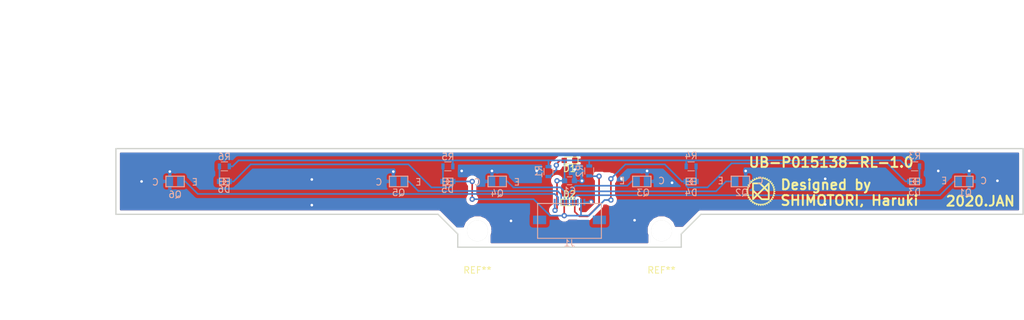
<source format=kicad_pcb>
(kicad_pcb (version 20171130) (host pcbnew "(5.0.0)")

  (general
    (thickness 0.8)
    (drawings 56)
    (tracks 182)
    (zones 0)
    (modules 23)
    (nets 16)
  )

  (page A4)
  (layers
    (0 F.Cu signal)
    (31 B.Cu signal)
    (32 B.Adhes user)
    (33 F.Adhes user)
    (34 B.Paste user)
    (35 F.Paste user)
    (36 B.SilkS user)
    (37 F.SilkS user)
    (38 B.Mask user)
    (39 F.Mask user)
    (40 Dwgs.User user)
    (41 Cmts.User user)
    (42 Eco1.User user)
    (43 Eco2.User user)
    (44 Edge.Cuts user)
    (45 Margin user)
    (46 B.CrtYd user)
    (47 F.CrtYd user)
    (48 B.Fab user)
    (49 F.Fab user)
  )

  (setup
    (last_trace_width 0.25)
    (trace_clearance 0.2)
    (zone_clearance 0.508)
    (zone_45_only no)
    (trace_min 0.2)
    (segment_width 0.2)
    (edge_width 0.15)
    (via_size 0.8)
    (via_drill 0.4)
    (via_min_size 0.4)
    (via_min_drill 0.3)
    (uvia_size 0.3)
    (uvia_drill 0.1)
    (uvias_allowed no)
    (uvia_min_size 0.2)
    (uvia_min_drill 0.1)
    (pcb_text_width 0.3)
    (pcb_text_size 1.5 1.5)
    (mod_edge_width 0.15)
    (mod_text_size 1 1)
    (mod_text_width 0.15)
    (pad_size 1.524 1.524)
    (pad_drill 0.762)
    (pad_to_mask_clearance 0.2)
    (aux_axis_origin 0 0)
    (visible_elements 7FFFFFFF)
    (pcbplotparams
      (layerselection 0x010f0_ffffffff)
      (usegerberextensions true)
      (usegerberattributes false)
      (usegerberadvancedattributes false)
      (creategerberjobfile false)
      (excludeedgelayer true)
      (linewidth 0.100000)
      (plotframeref false)
      (viasonmask false)
      (mode 1)
      (useauxorigin false)
      (hpglpennumber 1)
      (hpglpenspeed 20)
      (hpglpendiameter 15.000000)
      (psnegative false)
      (psa4output false)
      (plotreference true)
      (plotvalue false)
      (plotinvisibletext false)
      (padsonsilk false)
      (subtractmaskfromsilk false)
      (outputformat 1)
      (mirror false)
      (drillshape 0)
      (scaleselection 1)
      (outputdirectory "../Garber/"))
  )

  (net 0 "")
  (net 1 +3V3)
  (net 2 GND)
  (net 3 "Net-(D1-Pad2)")
  (net 4 PULS)
  (net 5 "Net-(D2-Pad2)")
  (net 6 "Net-(D3-Pad2)")
  (net 7 "Net-(D4-Pad2)")
  (net 8 "Net-(D5-Pad2)")
  (net 9 "Net-(D6-Pad2)")
  (net 10 ADC_LINE6)
  (net 11 ADC_LINE1)
  (net 12 ADC_LINE4)
  (net 13 ADC_LINE2)
  (net 14 ADC_LINE5)
  (net 15 ADC_LINE3)

  (net_class Default "これはデフォルトのネット クラスです。"
    (clearance 0.2)
    (trace_width 0.25)
    (via_dia 0.8)
    (via_drill 0.4)
    (uvia_dia 0.3)
    (uvia_drill 0.1)
    (add_net +3V3)
    (add_net ADC_LINE1)
    (add_net ADC_LINE2)
    (add_net ADC_LINE3)
    (add_net ADC_LINE4)
    (add_net ADC_LINE5)
    (add_net ADC_LINE6)
    (add_net GND)
    (add_net "Net-(D1-Pad2)")
    (add_net "Net-(D2-Pad2)")
    (add_net "Net-(D3-Pad2)")
    (add_net "Net-(D4-Pad2)")
    (add_net "Net-(D5-Pad2)")
    (add_net "Net-(D6-Pad2)")
    (add_net PULS)
  )

  (module Mounting_Holes:MountingHole_3.2mm_M3 (layer F.Cu) (tedit 56D1B4CB) (tstamp 5E33CBAD)
    (at 167 103.6)
    (descr "Mounting Hole 3.2mm, no annular, M3")
    (tags "mounting hole 3.2mm no annular m3")
    (attr virtual)
    (fp_text reference REF** (at 0 6) (layer F.SilkS)
      (effects (font (size 1 1) (thickness 0.15)))
    )
    (fp_text value MountingHole_3.2mm_M3 (at 0 4.2) (layer F.Fab)
      (effects (font (size 1 1) (thickness 0.15)))
    )
    (fp_circle (center 0 0) (end 3.45 0) (layer F.CrtYd) (width 0.05))
    (fp_circle (center 0 0) (end 3.2 0) (layer Cmts.User) (width 0.15))
    (fp_text user %R (at 0.3 0) (layer F.Fab)
      (effects (font (size 1 1) (thickness 0.15)))
    )
    (pad 1 np_thru_hole circle (at 0 0) (size 3.2 3.2) (drill 3.2) (layers *.Cu *.Mask))
  )

  (module Footprint:Molex_FFC_10 (layer B.Cu) (tedit 5DF8C1CC) (tstamp 5E260530)
    (at 153 99.8 180)
    (path /5E3078FE)
    (fp_text reference J1 (at 0 -5.7 180) (layer B.SilkS)
      (effects (font (size 1 1) (thickness 0.15)) (justify mirror))
    )
    (fp_text value FFC (at 7.8 4.6 180) (layer B.Fab)
      (effects (font (size 1 1) (thickness 0.15)) (justify mirror))
    )
    (fp_line (start -4.85 0.35) (end 4.85 0.35) (layer B.SilkS) (width 0.15))
    (fp_line (start 4.85 0.35) (end 4.85 -4.95) (layer B.SilkS) (width 0.15))
    (fp_line (start 4.85 -4.95) (end -4.85 -4.95) (layer B.SilkS) (width 0.15))
    (fp_line (start -4.85 -4.95) (end -4.85 0.35) (layer B.SilkS) (width 0.15))
    (pad 1 smd rect (at 2.25 0.55 180) (size 0.3 1) (layers B.Cu B.Paste B.Mask)
      (net 1 +3V3))
    (pad 2 smd rect (at 1.75 0.55 180) (size 0.3 1) (layers B.Cu B.Paste B.Mask)
      (net 10 ADC_LINE6))
    (pad 3 smd rect (at 1.25 0.55 180) (size 0.3 1) (layers B.Cu B.Paste B.Mask)
      (net 14 ADC_LINE5))
    (pad 4 smd rect (at 0.75 0.55 180) (size 0.3 1) (layers B.Cu B.Paste B.Mask)
      (net 12 ADC_LINE4))
    (pad 5 smd rect (at 0.25 0.55 180) (size 0.3 1) (layers B.Cu B.Paste B.Mask)
      (net 15 ADC_LINE3))
    (pad 6 smd rect (at -0.25 0.55 180) (size 0.3 1) (layers B.Cu B.Paste B.Mask)
      (net 13 ADC_LINE2))
    (pad 7 smd rect (at -0.75 0.55 180) (size 0.3 1) (layers B.Cu B.Paste B.Mask)
      (net 11 ADC_LINE1))
    (pad 8 smd rect (at -1.25 0.55 180) (size 0.3 1) (layers B.Cu B.Paste B.Mask))
    (pad 9 smd rect (at -1.75 0.55 180) (size 0.3 1) (layers B.Cu B.Paste B.Mask)
      (net 4 PULS))
    (pad 10 smd rect (at -2.25 0.55 180) (size 0.3 1) (layers B.Cu B.Paste B.Mask)
      (net 2 GND))
    (pad "" smd rect (at 4.55 -2.15 180) (size 2 1.3) (layers B.Cu B.Paste B.Mask))
    (pad "" smd rect (at -4.55 -2.15 180) (size 2 1.3) (layers B.Cu B.Paste B.Mask))
  )

  (module Capacitors_SMD:C_0603 (layer B.Cu) (tedit 59958EE7) (tstamp 5E260734)
    (at 153 96)
    (descr "Capacitor SMD 0603, reflow soldering, AVX (see smccp.pdf)")
    (tags "capacitor 0603")
    (path /5E30B948)
    (attr smd)
    (fp_text reference C1 (at 0 1.5) (layer B.SilkS)
      (effects (font (size 1 1) (thickness 0.15)) (justify mirror))
    )
    (fp_text value 1u (at 0 -1.5) (layer B.Fab)
      (effects (font (size 1 1) (thickness 0.15)) (justify mirror))
    )
    (fp_text user %R (at 0 0) (layer B.Fab)
      (effects (font (size 0.3 0.3) (thickness 0.075)) (justify mirror))
    )
    (fp_line (start -0.8 -0.4) (end -0.8 0.4) (layer B.Fab) (width 0.1))
    (fp_line (start 0.8 -0.4) (end -0.8 -0.4) (layer B.Fab) (width 0.1))
    (fp_line (start 0.8 0.4) (end 0.8 -0.4) (layer B.Fab) (width 0.1))
    (fp_line (start -0.8 0.4) (end 0.8 0.4) (layer B.Fab) (width 0.1))
    (fp_line (start -0.35 0.6) (end 0.35 0.6) (layer B.SilkS) (width 0.12))
    (fp_line (start 0.35 -0.6) (end -0.35 -0.6) (layer B.SilkS) (width 0.12))
    (fp_line (start -1.4 0.65) (end 1.4 0.65) (layer B.CrtYd) (width 0.05))
    (fp_line (start -1.4 0.65) (end -1.4 -0.65) (layer B.CrtYd) (width 0.05))
    (fp_line (start 1.4 -0.65) (end 1.4 0.65) (layer B.CrtYd) (width 0.05))
    (fp_line (start 1.4 -0.65) (end -1.4 -0.65) (layer B.CrtYd) (width 0.05))
    (pad 1 smd rect (at -0.75 0) (size 0.8 0.75) (layers B.Cu B.Paste B.Mask)
      (net 1 +3V3))
    (pad 2 smd rect (at 0.75 0) (size 0.8 0.75) (layers B.Cu B.Paste B.Mask)
      (net 2 GND))
    (model Capacitors_SMD.3dshapes/C_0603.wrl
      (at (xyz 0 0 0))
      (scale (xyz 1 1 1))
      (rotate (xyz 0 0 0))
    )
  )

  (module LEDs:LED_0603 (layer F.Cu) (tedit 57FE93A5) (tstamp 5E256FAF)
    (at 153 92.9 180)
    (descr "LED 0603 smd package")
    (tags "LED led 0603 SMD smd SMT smt smdled SMDLED smtled SMTLED")
    (path /5E309D1C)
    (attr smd)
    (fp_text reference D1 (at 0 -1.25 180) (layer F.SilkS)
      (effects (font (size 1 1) (thickness 0.15)))
    )
    (fp_text value LED (at 0 1.35 180) (layer F.Fab)
      (effects (font (size 1 1) (thickness 0.15)))
    )
    (fp_line (start -1.3 -0.5) (end -1.3 0.5) (layer F.SilkS) (width 0.12))
    (fp_line (start -0.2 -0.2) (end -0.2 0.2) (layer F.Fab) (width 0.1))
    (fp_line (start -0.15 0) (end 0.15 -0.2) (layer F.Fab) (width 0.1))
    (fp_line (start 0.15 0.2) (end -0.15 0) (layer F.Fab) (width 0.1))
    (fp_line (start 0.15 -0.2) (end 0.15 0.2) (layer F.Fab) (width 0.1))
    (fp_line (start 0.8 0.4) (end -0.8 0.4) (layer F.Fab) (width 0.1))
    (fp_line (start 0.8 -0.4) (end 0.8 0.4) (layer F.Fab) (width 0.1))
    (fp_line (start -0.8 -0.4) (end 0.8 -0.4) (layer F.Fab) (width 0.1))
    (fp_line (start -0.8 0.4) (end -0.8 -0.4) (layer F.Fab) (width 0.1))
    (fp_line (start -1.3 0.5) (end 0.8 0.5) (layer F.SilkS) (width 0.12))
    (fp_line (start -1.3 -0.5) (end 0.8 -0.5) (layer F.SilkS) (width 0.12))
    (fp_line (start 1.45 -0.65) (end 1.45 0.65) (layer F.CrtYd) (width 0.05))
    (fp_line (start 1.45 0.65) (end -1.45 0.65) (layer F.CrtYd) (width 0.05))
    (fp_line (start -1.45 0.65) (end -1.45 -0.65) (layer F.CrtYd) (width 0.05))
    (fp_line (start -1.45 -0.65) (end 1.45 -0.65) (layer F.CrtYd) (width 0.05))
    (pad 2 smd rect (at 0.8 0) (size 0.8 0.8) (layers F.Cu F.Paste F.Mask)
      (net 3 "Net-(D1-Pad2)"))
    (pad 1 smd rect (at -0.8 0) (size 0.8 0.8) (layers F.Cu F.Paste F.Mask)
      (net 2 GND))
    (model ${KISYS3DMOD}/LEDs.3dshapes/LED_0603.wrl
      (at (xyz 0 0 0))
      (scale (xyz 1 1 1))
      (rotate (xyz 0 0 180))
    )
  )

  (module LEDs:LED_0603 (layer F.Cu) (tedit 57FE93A5) (tstamp 5E256FC4)
    (at 153 99.3)
    (descr "LED 0603 smd package")
    (tags "LED led 0603 SMD smd SMT smt smdled SMDLED smtled SMTLED")
    (path /5E30A00B)
    (attr smd)
    (fp_text reference D2 (at 0 -1.25) (layer F.SilkS)
      (effects (font (size 1 1) (thickness 0.15)))
    )
    (fp_text value LED (at 0 1.35) (layer F.Fab)
      (effects (font (size 1 1) (thickness 0.15)))
    )
    (fp_line (start -1.45 -0.65) (end 1.45 -0.65) (layer F.CrtYd) (width 0.05))
    (fp_line (start -1.45 0.65) (end -1.45 -0.65) (layer F.CrtYd) (width 0.05))
    (fp_line (start 1.45 0.65) (end -1.45 0.65) (layer F.CrtYd) (width 0.05))
    (fp_line (start 1.45 -0.65) (end 1.45 0.65) (layer F.CrtYd) (width 0.05))
    (fp_line (start -1.3 -0.5) (end 0.8 -0.5) (layer F.SilkS) (width 0.12))
    (fp_line (start -1.3 0.5) (end 0.8 0.5) (layer F.SilkS) (width 0.12))
    (fp_line (start -0.8 0.4) (end -0.8 -0.4) (layer F.Fab) (width 0.1))
    (fp_line (start -0.8 -0.4) (end 0.8 -0.4) (layer F.Fab) (width 0.1))
    (fp_line (start 0.8 -0.4) (end 0.8 0.4) (layer F.Fab) (width 0.1))
    (fp_line (start 0.8 0.4) (end -0.8 0.4) (layer F.Fab) (width 0.1))
    (fp_line (start 0.15 -0.2) (end 0.15 0.2) (layer F.Fab) (width 0.1))
    (fp_line (start 0.15 0.2) (end -0.15 0) (layer F.Fab) (width 0.1))
    (fp_line (start -0.15 0) (end 0.15 -0.2) (layer F.Fab) (width 0.1))
    (fp_line (start -0.2 -0.2) (end -0.2 0.2) (layer F.Fab) (width 0.1))
    (fp_line (start -1.3 -0.5) (end -1.3 0.5) (layer F.SilkS) (width 0.12))
    (pad 1 smd rect (at -0.8 0 180) (size 0.8 0.8) (layers F.Cu F.Paste F.Mask)
      (net 4 PULS))
    (pad 2 smd rect (at 0.8 0 180) (size 0.8 0.8) (layers F.Cu F.Paste F.Mask)
      (net 5 "Net-(D2-Pad2)"))
    (model ${KISYS3DMOD}/LEDs.3dshapes/LED_0603.wrl
      (at (xyz 0 0 0))
      (scale (xyz 1 1 1))
      (rotate (xyz 0 0 180))
    )
  )

  (module Footprint:SIR19-21C (layer B.Cu) (tedit 5B81141F) (tstamp 5E256FD2)
    (at 204.75 96.1)
    (path /5E308FD8)
    (fp_text reference D3 (at 0.75 1.6) (layer B.SilkS)
      (effects (font (size 1 1) (thickness 0.15)) (justify mirror))
    )
    (fp_text value SIR19-21C (at 0.5 -2.5) (layer B.Fab)
      (effects (font (size 1 1) (thickness 0.15)) (justify mirror))
    )
    (fp_line (start 1.5 0.5) (end 0 0.5) (layer B.SilkS) (width 0.15))
    (fp_line (start 1.5 -0.5) (end 1.5 0.5) (layer B.SilkS) (width 0.15))
    (fp_line (start 0 -0.5) (end 1.5 -0.5) (layer B.SilkS) (width 0.15))
    (fp_line (start 0 0.5) (end 0 -0.5) (layer B.SilkS) (width 0.15))
    (fp_line (start 1.5 0) (end 0 0) (layer B.SilkS) (width 0.15))
    (fp_line (start 0.9 0.5) (end 0.5 0) (layer B.SilkS) (width 0.15))
    (fp_line (start 0.5 0) (end 0.9 -0.5) (layer B.SilkS) (width 0.15))
    (fp_line (start 0.9 -0.5) (end 0.9 0.5) (layer B.SilkS) (width 0.15))
    (pad 2 smd rect (at 1.5 0) (size 0.8 0.8) (layers B.Cu B.Paste B.Mask)
      (net 6 "Net-(D3-Pad2)"))
    (pad 1 smd rect (at 0 0) (size 0.8 0.8) (layers B.Cu B.Paste B.Mask)
      (net 4 PULS))
  )

  (module Footprint:SIR19-21C (layer B.Cu) (tedit 5B81141F) (tstamp 5E256FE0)
    (at 170.75 96.1)
    (path /5E30D8BC)
    (fp_text reference D4 (at 0.75 1.7) (layer B.SilkS)
      (effects (font (size 1 1) (thickness 0.15)) (justify mirror))
    )
    (fp_text value SIR19-21C (at 0.5 -2.5) (layer B.Fab)
      (effects (font (size 1 1) (thickness 0.15)) (justify mirror))
    )
    (fp_line (start 1.5 0.5) (end 0 0.5) (layer B.SilkS) (width 0.15))
    (fp_line (start 1.5 -0.5) (end 1.5 0.5) (layer B.SilkS) (width 0.15))
    (fp_line (start 0 -0.5) (end 1.5 -0.5) (layer B.SilkS) (width 0.15))
    (fp_line (start 0 0.5) (end 0 -0.5) (layer B.SilkS) (width 0.15))
    (fp_line (start 1.5 0) (end 0 0) (layer B.SilkS) (width 0.15))
    (fp_line (start 0.9 0.5) (end 0.5 0) (layer B.SilkS) (width 0.15))
    (fp_line (start 0.5 0) (end 0.9 -0.5) (layer B.SilkS) (width 0.15))
    (fp_line (start 0.9 -0.5) (end 0.9 0.5) (layer B.SilkS) (width 0.15))
    (pad 2 smd rect (at 1.5 0) (size 0.8 0.8) (layers B.Cu B.Paste B.Mask)
      (net 7 "Net-(D4-Pad2)"))
    (pad 1 smd rect (at 0 0) (size 0.8 0.8) (layers B.Cu B.Paste B.Mask)
      (net 4 PULS))
  )

  (module Footprint:SIR19-21C (layer B.Cu) (tedit 5B81141F) (tstamp 5E256FEE)
    (at 135.25 96.1 180)
    (path /5E30C802)
    (fp_text reference D5 (at 0.8 -1.2 180) (layer B.SilkS)
      (effects (font (size 1 1) (thickness 0.15)) (justify mirror))
    )
    (fp_text value SIR19-21C (at 0.5 -2.5 180) (layer B.Fab)
      (effects (font (size 1 1) (thickness 0.15)) (justify mirror))
    )
    (fp_line (start 1.5 0.5) (end 0 0.5) (layer B.SilkS) (width 0.15))
    (fp_line (start 1.5 -0.5) (end 1.5 0.5) (layer B.SilkS) (width 0.15))
    (fp_line (start 0 -0.5) (end 1.5 -0.5) (layer B.SilkS) (width 0.15))
    (fp_line (start 0 0.5) (end 0 -0.5) (layer B.SilkS) (width 0.15))
    (fp_line (start 1.5 0) (end 0 0) (layer B.SilkS) (width 0.15))
    (fp_line (start 0.9 0.5) (end 0.5 0) (layer B.SilkS) (width 0.15))
    (fp_line (start 0.5 0) (end 0.9 -0.5) (layer B.SilkS) (width 0.15))
    (fp_line (start 0.9 -0.5) (end 0.9 0.5) (layer B.SilkS) (width 0.15))
    (pad 2 smd rect (at 1.5 0 180) (size 0.8 0.8) (layers B.Cu B.Paste B.Mask)
      (net 8 "Net-(D5-Pad2)"))
    (pad 1 smd rect (at 0 0 180) (size 0.8 0.8) (layers B.Cu B.Paste B.Mask)
      (net 4 PULS))
  )

  (module Footprint:SIR19-21C (layer B.Cu) (tedit 5B81141F) (tstamp 5E256FFC)
    (at 101.25 96.1 180)
    (path /5E30E45B)
    (fp_text reference D6 (at 0.8 -1.2 180) (layer B.SilkS)
      (effects (font (size 1 1) (thickness 0.15)) (justify mirror))
    )
    (fp_text value SIR19-21C (at 0.5 -2.5 180) (layer B.Fab)
      (effects (font (size 1 1) (thickness 0.15)) (justify mirror))
    )
    (fp_line (start 0.9 -0.5) (end 0.9 0.5) (layer B.SilkS) (width 0.15))
    (fp_line (start 0.5 0) (end 0.9 -0.5) (layer B.SilkS) (width 0.15))
    (fp_line (start 0.9 0.5) (end 0.5 0) (layer B.SilkS) (width 0.15))
    (fp_line (start 1.5 0) (end 0 0) (layer B.SilkS) (width 0.15))
    (fp_line (start 0 0.5) (end 0 -0.5) (layer B.SilkS) (width 0.15))
    (fp_line (start 0 -0.5) (end 1.5 -0.5) (layer B.SilkS) (width 0.15))
    (fp_line (start 1.5 -0.5) (end 1.5 0.5) (layer B.SilkS) (width 0.15))
    (fp_line (start 1.5 0.5) (end 0 0.5) (layer B.SilkS) (width 0.15))
    (pad 1 smd rect (at 0 0 180) (size 0.8 0.8) (layers B.Cu B.Paste B.Mask)
      (net 4 PULS))
    (pad 2 smd rect (at 1.5 0 180) (size 0.8 0.8) (layers B.Cu B.Paste B.Mask)
      (net 9 "Net-(D6-Pad2)"))
  )

  (module Resistors_SMD:R_0603 (layer B.Cu) (tedit 58E0A804) (tstamp 5E2570A3)
    (at 149.8 94.6 270)
    (descr "Resistor SMD 0603, reflow soldering, Vishay (see dcrcw.pdf)")
    (tags "resistor 0603")
    (path /5E309D13)
    (attr smd)
    (fp_text reference R1 (at 0 1.45 270) (layer B.SilkS)
      (effects (font (size 1 1) (thickness 0.15)) (justify mirror))
    )
    (fp_text value 330 (at 0 -1.5 270) (layer B.Fab)
      (effects (font (size 1 1) (thickness 0.15)) (justify mirror))
    )
    (fp_text user %R (at 0 0 270) (layer B.Fab)
      (effects (font (size 0.4 0.4) (thickness 0.075)) (justify mirror))
    )
    (fp_line (start -0.8 -0.4) (end -0.8 0.4) (layer B.Fab) (width 0.1))
    (fp_line (start 0.8 -0.4) (end -0.8 -0.4) (layer B.Fab) (width 0.1))
    (fp_line (start 0.8 0.4) (end 0.8 -0.4) (layer B.Fab) (width 0.1))
    (fp_line (start -0.8 0.4) (end 0.8 0.4) (layer B.Fab) (width 0.1))
    (fp_line (start 0.5 -0.68) (end -0.5 -0.68) (layer B.SilkS) (width 0.12))
    (fp_line (start -0.5 0.68) (end 0.5 0.68) (layer B.SilkS) (width 0.12))
    (fp_line (start -1.25 0.7) (end 1.25 0.7) (layer B.CrtYd) (width 0.05))
    (fp_line (start -1.25 0.7) (end -1.25 -0.7) (layer B.CrtYd) (width 0.05))
    (fp_line (start 1.25 -0.7) (end 1.25 0.7) (layer B.CrtYd) (width 0.05))
    (fp_line (start 1.25 -0.7) (end -1.25 -0.7) (layer B.CrtYd) (width 0.05))
    (pad 1 smd rect (at -0.75 0 270) (size 0.5 0.9) (layers B.Cu B.Paste B.Mask)
      (net 1 +3V3))
    (pad 2 smd rect (at 0.75 0 270) (size 0.5 0.9) (layers B.Cu B.Paste B.Mask)
      (net 3 "Net-(D1-Pad2)"))
    (model ${KISYS3DMOD}/Resistors_SMD.3dshapes/R_0603.wrl
      (at (xyz 0 0 0))
      (scale (xyz 1 1 1))
      (rotate (xyz 0 0 0))
    )
  )

  (module Resistors_SMD:R_0603 (layer B.Cu) (tedit 58E0A804) (tstamp 5E2570B4)
    (at 156 94.5 270)
    (descr "Resistor SMD 0603, reflow soldering, Vishay (see dcrcw.pdf)")
    (tags "resistor 0603")
    (path /5E30A002)
    (attr smd)
    (fp_text reference R2 (at 0 1.45 270) (layer B.SilkS)
      (effects (font (size 1 1) (thickness 0.15)) (justify mirror))
    )
    (fp_text value 330 (at 0 -1.5 270) (layer B.Fab)
      (effects (font (size 1 1) (thickness 0.15)) (justify mirror))
    )
    (fp_line (start 1.25 -0.7) (end -1.25 -0.7) (layer B.CrtYd) (width 0.05))
    (fp_line (start 1.25 -0.7) (end 1.25 0.7) (layer B.CrtYd) (width 0.05))
    (fp_line (start -1.25 0.7) (end -1.25 -0.7) (layer B.CrtYd) (width 0.05))
    (fp_line (start -1.25 0.7) (end 1.25 0.7) (layer B.CrtYd) (width 0.05))
    (fp_line (start -0.5 0.68) (end 0.5 0.68) (layer B.SilkS) (width 0.12))
    (fp_line (start 0.5 -0.68) (end -0.5 -0.68) (layer B.SilkS) (width 0.12))
    (fp_line (start -0.8 0.4) (end 0.8 0.4) (layer B.Fab) (width 0.1))
    (fp_line (start 0.8 0.4) (end 0.8 -0.4) (layer B.Fab) (width 0.1))
    (fp_line (start 0.8 -0.4) (end -0.8 -0.4) (layer B.Fab) (width 0.1))
    (fp_line (start -0.8 -0.4) (end -0.8 0.4) (layer B.Fab) (width 0.1))
    (fp_text user %R (at 0 0 270) (layer B.Fab)
      (effects (font (size 0.4 0.4) (thickness 0.075)) (justify mirror))
    )
    (pad 2 smd rect (at 0.75 0 270) (size 0.5 0.9) (layers B.Cu B.Paste B.Mask)
      (net 5 "Net-(D2-Pad2)"))
    (pad 1 smd rect (at -0.75 0 270) (size 0.5 0.9) (layers B.Cu B.Paste B.Mask)
      (net 1 +3V3))
    (model ${KISYS3DMOD}/Resistors_SMD.3dshapes/R_0603.wrl
      (at (xyz 0 0 0))
      (scale (xyz 1 1 1))
      (rotate (xyz 0 0 0))
    )
  )

  (module Resistors_SMD:R_0603 (layer B.Cu) (tedit 58E0A804) (tstamp 5E2570C5)
    (at 205.5 93.8)
    (descr "Resistor SMD 0603, reflow soldering, Vishay (see dcrcw.pdf)")
    (tags "resistor 0603")
    (path /5E308BE6)
    (attr smd)
    (fp_text reference R3 (at 0 -1.6) (layer B.SilkS)
      (effects (font (size 1 1) (thickness 0.15)) (justify mirror))
    )
    (fp_text value 100 (at 0 -1.5) (layer B.Fab)
      (effects (font (size 1 1) (thickness 0.15)) (justify mirror))
    )
    (fp_text user %R (at 0 0) (layer B.Fab)
      (effects (font (size 0.4 0.4) (thickness 0.075)) (justify mirror))
    )
    (fp_line (start -0.8 -0.4) (end -0.8 0.4) (layer B.Fab) (width 0.1))
    (fp_line (start 0.8 -0.4) (end -0.8 -0.4) (layer B.Fab) (width 0.1))
    (fp_line (start 0.8 0.4) (end 0.8 -0.4) (layer B.Fab) (width 0.1))
    (fp_line (start -0.8 0.4) (end 0.8 0.4) (layer B.Fab) (width 0.1))
    (fp_line (start 0.5 -0.68) (end -0.5 -0.68) (layer B.SilkS) (width 0.12))
    (fp_line (start -0.5 0.68) (end 0.5 0.68) (layer B.SilkS) (width 0.12))
    (fp_line (start -1.25 0.7) (end 1.25 0.7) (layer B.CrtYd) (width 0.05))
    (fp_line (start -1.25 0.7) (end -1.25 -0.7) (layer B.CrtYd) (width 0.05))
    (fp_line (start 1.25 -0.7) (end 1.25 0.7) (layer B.CrtYd) (width 0.05))
    (fp_line (start 1.25 -0.7) (end -1.25 -0.7) (layer B.CrtYd) (width 0.05))
    (pad 1 smd rect (at -0.75 0) (size 0.5 0.9) (layers B.Cu B.Paste B.Mask)
      (net 1 +3V3))
    (pad 2 smd rect (at 0.75 0) (size 0.5 0.9) (layers B.Cu B.Paste B.Mask)
      (net 6 "Net-(D3-Pad2)"))
    (model ${KISYS3DMOD}/Resistors_SMD.3dshapes/R_0603.wrl
      (at (xyz 0 0 0))
      (scale (xyz 1 1 1))
      (rotate (xyz 0 0 0))
    )
  )

  (module Resistors_SMD:R_0603 (layer B.Cu) (tedit 58E0A804) (tstamp 5E2570D6)
    (at 171.5 93.8)
    (descr "Resistor SMD 0603, reflow soldering, Vishay (see dcrcw.pdf)")
    (tags "resistor 0603")
    (path /5E30D8AC)
    (attr smd)
    (fp_text reference R4 (at 0 -1.6) (layer B.SilkS)
      (effects (font (size 1 1) (thickness 0.15)) (justify mirror))
    )
    (fp_text value 100 (at 0 -1.5) (layer B.Fab)
      (effects (font (size 1 1) (thickness 0.15)) (justify mirror))
    )
    (fp_text user %R (at 0 0) (layer B.Fab)
      (effects (font (size 0.4 0.4) (thickness 0.075)) (justify mirror))
    )
    (fp_line (start -0.8 -0.4) (end -0.8 0.4) (layer B.Fab) (width 0.1))
    (fp_line (start 0.8 -0.4) (end -0.8 -0.4) (layer B.Fab) (width 0.1))
    (fp_line (start 0.8 0.4) (end 0.8 -0.4) (layer B.Fab) (width 0.1))
    (fp_line (start -0.8 0.4) (end 0.8 0.4) (layer B.Fab) (width 0.1))
    (fp_line (start 0.5 -0.68) (end -0.5 -0.68) (layer B.SilkS) (width 0.12))
    (fp_line (start -0.5 0.68) (end 0.5 0.68) (layer B.SilkS) (width 0.12))
    (fp_line (start -1.25 0.7) (end 1.25 0.7) (layer B.CrtYd) (width 0.05))
    (fp_line (start -1.25 0.7) (end -1.25 -0.7) (layer B.CrtYd) (width 0.05))
    (fp_line (start 1.25 -0.7) (end 1.25 0.7) (layer B.CrtYd) (width 0.05))
    (fp_line (start 1.25 -0.7) (end -1.25 -0.7) (layer B.CrtYd) (width 0.05))
    (pad 1 smd rect (at -0.75 0) (size 0.5 0.9) (layers B.Cu B.Paste B.Mask)
      (net 1 +3V3))
    (pad 2 smd rect (at 0.75 0) (size 0.5 0.9) (layers B.Cu B.Paste B.Mask)
      (net 7 "Net-(D4-Pad2)"))
    (model ${KISYS3DMOD}/Resistors_SMD.3dshapes/R_0603.wrl
      (at (xyz 0 0 0))
      (scale (xyz 1 1 1))
      (rotate (xyz 0 0 0))
    )
  )

  (module Resistors_SMD:R_0603 (layer B.Cu) (tedit 58E0A804) (tstamp 5E2570E7)
    (at 134.5 93.8 180)
    (descr "Resistor SMD 0603, reflow soldering, Vishay (see dcrcw.pdf)")
    (tags "resistor 0603")
    (path /5E30C7F2)
    (attr smd)
    (fp_text reference R5 (at 0 1.45 180) (layer B.SilkS)
      (effects (font (size 1 1) (thickness 0.15)) (justify mirror))
    )
    (fp_text value 100 (at 0 -1.5 180) (layer B.Fab)
      (effects (font (size 1 1) (thickness 0.15)) (justify mirror))
    )
    (fp_text user %R (at 0 0 180) (layer B.Fab)
      (effects (font (size 0.4 0.4) (thickness 0.075)) (justify mirror))
    )
    (fp_line (start -0.8 -0.4) (end -0.8 0.4) (layer B.Fab) (width 0.1))
    (fp_line (start 0.8 -0.4) (end -0.8 -0.4) (layer B.Fab) (width 0.1))
    (fp_line (start 0.8 0.4) (end 0.8 -0.4) (layer B.Fab) (width 0.1))
    (fp_line (start -0.8 0.4) (end 0.8 0.4) (layer B.Fab) (width 0.1))
    (fp_line (start 0.5 -0.68) (end -0.5 -0.68) (layer B.SilkS) (width 0.12))
    (fp_line (start -0.5 0.68) (end 0.5 0.68) (layer B.SilkS) (width 0.12))
    (fp_line (start -1.25 0.7) (end 1.25 0.7) (layer B.CrtYd) (width 0.05))
    (fp_line (start -1.25 0.7) (end -1.25 -0.7) (layer B.CrtYd) (width 0.05))
    (fp_line (start 1.25 -0.7) (end 1.25 0.7) (layer B.CrtYd) (width 0.05))
    (fp_line (start 1.25 -0.7) (end -1.25 -0.7) (layer B.CrtYd) (width 0.05))
    (pad 1 smd rect (at -0.75 0 180) (size 0.5 0.9) (layers B.Cu B.Paste B.Mask)
      (net 1 +3V3))
    (pad 2 smd rect (at 0.75 0 180) (size 0.5 0.9) (layers B.Cu B.Paste B.Mask)
      (net 8 "Net-(D5-Pad2)"))
    (model ${KISYS3DMOD}/Resistors_SMD.3dshapes/R_0603.wrl
      (at (xyz 0 0 0))
      (scale (xyz 1 1 1))
      (rotate (xyz 0 0 0))
    )
  )

  (module Resistors_SMD:R_0603 (layer B.Cu) (tedit 58E0A804) (tstamp 5E2570F8)
    (at 100.5 93.8 180)
    (descr "Resistor SMD 0603, reflow soldering, Vishay (see dcrcw.pdf)")
    (tags "resistor 0603")
    (path /5E30E44B)
    (attr smd)
    (fp_text reference R6 (at 0 1.45 180) (layer B.SilkS)
      (effects (font (size 1 1) (thickness 0.15)) (justify mirror))
    )
    (fp_text value 100 (at 0 -1.5 180) (layer B.Fab)
      (effects (font (size 1 1) (thickness 0.15)) (justify mirror))
    )
    (fp_text user %R (at 0 0 180) (layer B.Fab)
      (effects (font (size 0.4 0.4) (thickness 0.075)) (justify mirror))
    )
    (fp_line (start -0.8 -0.4) (end -0.8 0.4) (layer B.Fab) (width 0.1))
    (fp_line (start 0.8 -0.4) (end -0.8 -0.4) (layer B.Fab) (width 0.1))
    (fp_line (start 0.8 0.4) (end 0.8 -0.4) (layer B.Fab) (width 0.1))
    (fp_line (start -0.8 0.4) (end 0.8 0.4) (layer B.Fab) (width 0.1))
    (fp_line (start 0.5 -0.68) (end -0.5 -0.68) (layer B.SilkS) (width 0.12))
    (fp_line (start -0.5 0.68) (end 0.5 0.68) (layer B.SilkS) (width 0.12))
    (fp_line (start -1.25 0.7) (end 1.25 0.7) (layer B.CrtYd) (width 0.05))
    (fp_line (start -1.25 0.7) (end -1.25 -0.7) (layer B.CrtYd) (width 0.05))
    (fp_line (start 1.25 -0.7) (end 1.25 0.7) (layer B.CrtYd) (width 0.05))
    (fp_line (start 1.25 -0.7) (end -1.25 -0.7) (layer B.CrtYd) (width 0.05))
    (pad 1 smd rect (at -0.75 0 180) (size 0.5 0.9) (layers B.Cu B.Paste B.Mask)
      (net 1 +3V3))
    (pad 2 smd rect (at 0.75 0 180) (size 0.5 0.9) (layers B.Cu B.Paste B.Mask)
      (net 9 "Net-(D6-Pad2)"))
    (model ${KISYS3DMOD}/Resistors_SMD.3dshapes/R_0603.wrl
      (at (xyz 0 0 0))
      (scale (xyz 1 1 1))
      (rotate (xyz 0 0 0))
    )
  )

  (module Footprint:TEMT7100X01 (layer B.Cu) (tedit 5B7E8301) (tstamp 5E333384)
    (at 212.2 96.1)
    (path /5E30C7F9)
    (fp_text reference Q1 (at 1 1.7) (layer B.SilkS)
      (effects (font (size 1 1) (thickness 0.15)) (justify mirror))
    )
    (fp_text value TEMT7100X01 (at 0.9 -2.4) (layer B.Fab)
      (effects (font (size 1 1) (thickness 0.15)) (justify mirror))
    )
    (fp_text user C (at 3.8 -0.1) (layer B.SilkS)
      (effects (font (size 1 1) (thickness 0.15)) (justify mirror))
    )
    (fp_text user E (at -2.2 -0.1) (layer B.SilkS)
      (effects (font (size 1 1) (thickness 0.15)) (justify mirror))
    )
    (fp_line (start 2.2 0.8) (end -0.6 0.8) (layer B.SilkS) (width 0.15))
    (fp_line (start 2.2 -0.8) (end 2.2 0.8) (layer B.SilkS) (width 0.15))
    (fp_line (start -0.6 -0.8) (end 2.2 -0.8) (layer B.SilkS) (width 0.15))
    (fp_line (start -0.6 0.8) (end -0.6 -0.8) (layer B.SilkS) (width 0.15))
    (pad 2 smd rect (at 1.6 0) (size 1 1.45) (layers B.Cu B.Paste B.Mask)
      (net 2 GND))
    (pad 1 smd rect (at 0 0) (size 1 1.45) (layers B.Cu B.Paste B.Mask)
      (net 11 ADC_LINE1))
  )

  (module Footprint:TEMT7100X01 (layer B.Cu) (tedit 5B7E8301) (tstamp 5E26054E)
    (at 178.2 96.1)
    (path /5E30C248)
    (fp_text reference Q2 (at 1 1.7) (layer B.SilkS)
      (effects (font (size 1 1) (thickness 0.15)) (justify mirror))
    )
    (fp_text value TEMT7100X01 (at 0.9 -2.4) (layer B.Fab)
      (effects (font (size 1 1) (thickness 0.15)) (justify mirror))
    )
    (fp_line (start -0.6 0.8) (end -0.6 -0.8) (layer B.SilkS) (width 0.15))
    (fp_line (start -0.6 -0.8) (end 2.2 -0.8) (layer B.SilkS) (width 0.15))
    (fp_line (start 2.2 -0.8) (end 2.2 0.8) (layer B.SilkS) (width 0.15))
    (fp_line (start 2.2 0.8) (end -0.6 0.8) (layer B.SilkS) (width 0.15))
    (fp_text user E (at -2.2 -0.1) (layer B.SilkS)
      (effects (font (size 1 1) (thickness 0.15)) (justify mirror))
    )
    (fp_text user C (at 3.8 -0.1) (layer B.SilkS)
      (effects (font (size 1 1) (thickness 0.15)) (justify mirror))
    )
    (pad 1 smd rect (at 0 0) (size 1 1.45) (layers B.Cu B.Paste B.Mask)
      (net 13 ADC_LINE2))
    (pad 2 smd rect (at 1.6 0) (size 1 1.45) (layers B.Cu B.Paste B.Mask)
      (net 2 GND))
  )

  (module Footprint:TEMT7100X01 (layer B.Cu) (tedit 5B7E8301) (tstamp 5E260559)
    (at 163.2 96.1)
    (path /5E308C7A)
    (fp_text reference Q3 (at 1 1.7) (layer B.SilkS)
      (effects (font (size 1 1) (thickness 0.15)) (justify mirror))
    )
    (fp_text value TEMT7100X01 (at 0.9 -2.4) (layer B.Fab)
      (effects (font (size 1 1) (thickness 0.15)) (justify mirror))
    )
    (fp_line (start -0.6 0.8) (end -0.6 -0.8) (layer B.SilkS) (width 0.15))
    (fp_line (start -0.6 -0.8) (end 2.2 -0.8) (layer B.SilkS) (width 0.15))
    (fp_line (start 2.2 -0.8) (end 2.2 0.8) (layer B.SilkS) (width 0.15))
    (fp_line (start 2.2 0.8) (end -0.6 0.8) (layer B.SilkS) (width 0.15))
    (fp_text user E (at -2.2 -0.1) (layer B.SilkS)
      (effects (font (size 1 1) (thickness 0.15)) (justify mirror))
    )
    (fp_text user C (at 3.8 -0.1) (layer B.SilkS)
      (effects (font (size 1 1) (thickness 0.15)) (justify mirror))
    )
    (pad 1 smd rect (at 0 0) (size 1 1.45) (layers B.Cu B.Paste B.Mask)
      (net 15 ADC_LINE3))
    (pad 2 smd rect (at 1.6 0) (size 1 1.45) (layers B.Cu B.Paste B.Mask)
      (net 2 GND))
  )

  (module Footprint:TEMT7100X01 (layer B.Cu) (tedit 5B7E8301) (tstamp 5E260564)
    (at 142.8 96.1 180)
    (path /5E30CF69)
    (fp_text reference Q4 (at 0.8 -1.8 180) (layer B.SilkS)
      (effects (font (size 1 1) (thickness 0.15)) (justify mirror))
    )
    (fp_text value TEMT7100X01 (at 0.9 -2.4 180) (layer B.Fab)
      (effects (font (size 1 1) (thickness 0.15)) (justify mirror))
    )
    (fp_text user C (at 3.8 -0.1 180) (layer B.SilkS)
      (effects (font (size 1 1) (thickness 0.15)) (justify mirror))
    )
    (fp_text user E (at -2.2 -0.1 180) (layer B.SilkS)
      (effects (font (size 1 1) (thickness 0.15)) (justify mirror))
    )
    (fp_line (start 2.2 0.8) (end -0.6 0.8) (layer B.SilkS) (width 0.15))
    (fp_line (start 2.2 -0.8) (end 2.2 0.8) (layer B.SilkS) (width 0.15))
    (fp_line (start -0.6 -0.8) (end 2.2 -0.8) (layer B.SilkS) (width 0.15))
    (fp_line (start -0.6 0.8) (end -0.6 -0.8) (layer B.SilkS) (width 0.15))
    (pad 2 smd rect (at 1.6 0 180) (size 1 1.45) (layers B.Cu B.Paste B.Mask)
      (net 2 GND))
    (pad 1 smd rect (at 0 0 180) (size 1 1.45) (layers B.Cu B.Paste B.Mask)
      (net 12 ADC_LINE4))
  )

  (module Footprint:TEMT7100X01 (layer B.Cu) (tedit 5B7E8301) (tstamp 5E26056F)
    (at 127.8 96.1 180)
    (path /5E30D8B3)
    (fp_text reference Q5 (at 0.8 -1.7 180) (layer B.SilkS)
      (effects (font (size 1 1) (thickness 0.15)) (justify mirror))
    )
    (fp_text value TEMT7100X01 (at 0.9 -2.4 180) (layer B.Fab)
      (effects (font (size 1 1) (thickness 0.15)) (justify mirror))
    )
    (fp_line (start -0.6 0.8) (end -0.6 -0.8) (layer B.SilkS) (width 0.15))
    (fp_line (start -0.6 -0.8) (end 2.2 -0.8) (layer B.SilkS) (width 0.15))
    (fp_line (start 2.2 -0.8) (end 2.2 0.8) (layer B.SilkS) (width 0.15))
    (fp_line (start 2.2 0.8) (end -0.6 0.8) (layer B.SilkS) (width 0.15))
    (fp_text user E (at -2.2 -0.1 180) (layer B.SilkS)
      (effects (font (size 1 1) (thickness 0.15)) (justify mirror))
    )
    (fp_text user C (at 3.8 -0.1 180) (layer B.SilkS)
      (effects (font (size 1 1) (thickness 0.15)) (justify mirror))
    )
    (pad 1 smd rect (at 0 0 180) (size 1 1.45) (layers B.Cu B.Paste B.Mask)
      (net 14 ADC_LINE5))
    (pad 2 smd rect (at 1.6 0 180) (size 1 1.45) (layers B.Cu B.Paste B.Mask)
      (net 2 GND))
  )

  (module Footprint:TEMT7100X01 (layer B.Cu) (tedit 5B7E8301) (tstamp 5E26057A)
    (at 93.8 96.1 180)
    (path /5E30E452)
    (fp_text reference Q6 (at 0.8 -2 180) (layer B.SilkS)
      (effects (font (size 1 1) (thickness 0.15)) (justify mirror))
    )
    (fp_text value TEMT7100X01 (at 0.9 -2.4 180) (layer B.Fab)
      (effects (font (size 1 1) (thickness 0.15)) (justify mirror))
    )
    (fp_text user C (at 3.8 -0.1 180) (layer B.SilkS)
      (effects (font (size 1 1) (thickness 0.15)) (justify mirror))
    )
    (fp_text user E (at -2.2 -0.1 180) (layer B.SilkS)
      (effects (font (size 1 1) (thickness 0.15)) (justify mirror))
    )
    (fp_line (start 2.2 0.8) (end -0.6 0.8) (layer B.SilkS) (width 0.15))
    (fp_line (start 2.2 -0.8) (end 2.2 0.8) (layer B.SilkS) (width 0.15))
    (fp_line (start -0.6 -0.8) (end 2.2 -0.8) (layer B.SilkS) (width 0.15))
    (fp_line (start -0.6 0.8) (end -0.6 -0.8) (layer B.SilkS) (width 0.15))
    (pad 2 smd rect (at 1.6 0 180) (size 1 1.45) (layers B.Cu B.Paste B.Mask)
      (net 2 GND))
    (pad 1 smd rect (at 0 0 180) (size 1 1.45) (layers B.Cu B.Paste B.Mask)
      (net 10 ADC_LINE6))
  )

  (module Mounting_Holes:MountingHole_3.2mm_M3 (layer F.Cu) (tedit 56D1B4CB) (tstamp 5E33CBA7)
    (at 139 103.6)
    (descr "Mounting Hole 3.2mm, no annular, M3")
    (tags "mounting hole 3.2mm no annular m3")
    (attr virtual)
    (fp_text reference REF** (at 0 6) (layer F.SilkS)
      (effects (font (size 1 1) (thickness 0.15)))
    )
    (fp_text value MountingHole_3.2mm_M3 (at 0 4.2) (layer F.Fab)
      (effects (font (size 1 1) (thickness 0.15)))
    )
    (fp_text user %R (at 0.3 0) (layer F.Fab)
      (effects (font (size 1 1) (thickness 0.15)))
    )
    (fp_circle (center 0 0) (end 3.2 0) (layer Cmts.User) (width 0.15))
    (fp_circle (center 0 0) (end 3.45 0) (layer F.CrtYd) (width 0.05))
    (pad 1 np_thru_hole circle (at 0 0) (size 3.2 3.2) (drill 3.2) (layers *.Cu *.Mask))
  )

  (module sh:sh_3000 (layer F.Cu) (tedit 0) (tstamp 5E33C216)
    (at 182.1 97.6)
    (fp_text reference G*** (at 0 0) (layer F.SilkS) hide
      (effects (font (size 1.524 1.524) (thickness 0.3)))
    )
    (fp_text value LOGO (at 0.75 0) (layer F.SilkS) hide
      (effects (font (size 1.524 1.524) (thickness 0.3)))
    )
    (fp_poly (pts (xy -0.564185 -1.341864) (xy -0.471853 -1.341567) (xy -0.385499 -1.341093) (xy -0.306596 -1.34046)
      (xy -0.23662 -1.339685) (xy -0.177044 -1.338786) (xy -0.129341 -1.33778) (xy -0.094987 -1.336684)
      (xy -0.075453 -1.335516) (xy -0.071966 -1.334993) (xy -0.059995 -1.327843) (xy -0.03819 -1.310137)
      (xy -0.00626 -1.281604) (xy 0.036083 -1.24197) (xy 0.08913 -1.190962) (xy 0.153171 -1.128308)
      (xy 0.228496 -1.053735) (xy 0.254154 -1.028184) (xy 0.554875 -0.72835) (xy 0.846821 -1.020897)
      (xy 0.905476 -1.079457) (xy 0.961126 -1.134601) (xy 1.01251 -1.18511) (xy 1.058367 -1.229762)
      (xy 1.097436 -1.267339) (xy 1.128456 -1.296618) (xy 1.150167 -1.316381) (xy 1.161307 -1.325406)
      (xy 1.16163 -1.325589) (xy 1.194457 -1.335524) (xy 1.233223 -1.336644) (xy 1.269436 -1.328997)
      (xy 1.278644 -1.324942) (xy 1.299254 -1.309605) (xy 1.319975 -1.287247) (xy 1.324791 -1.280643)
      (xy 1.3462 -1.249136) (xy 1.3462 -0.008486) (xy 1.346194 0.160938) (xy 1.346168 0.314254)
      (xy 1.346113 0.452289) (xy 1.346019 0.575867) (xy 1.345874 0.685816) (xy 1.345669 0.78296)
      (xy 1.345394 0.868125) (xy 1.345038 0.942137) (xy 1.344591 1.005822) (xy 1.344044 1.060006)
      (xy 1.343385 1.105514) (xy 1.342604 1.143173) (xy 1.341692 1.173807) (xy 1.340639 1.198243)
      (xy 1.339433 1.217307) (xy 1.338064 1.231824) (xy 1.336524 1.24262) (xy 1.3348 1.250521)
      (xy 1.332884 1.256352) (xy 1.330764 1.26094) (xy 1.330492 1.261454) (xy 1.310269 1.286758)
      (xy 1.281331 1.308379) (xy 1.27836 1.310005) (xy 1.241937 1.329266) (xy 0.675445 1.329266)
      (xy 0.549455 1.329158) (xy 0.439888 1.328826) (xy 0.346234 1.328264) (xy 0.267984 1.327464)
      (xy 0.204628 1.326416) (xy 0.155657 1.325113) (xy 0.120561 1.323546) (xy 0.098832 1.321709)
      (xy 0.09046 1.319912) (xy 0.080947 1.312219) (xy 0.06071 1.293719) (xy 0.030976 1.265599)
      (xy -0.007026 1.22905) (xy -0.052069 1.185259) (xy -0.102925 1.135415) (xy -0.158367 1.080707)
      (xy -0.217167 1.022322) (xy -0.226425 1.013097) (xy -0.524818 0.715638) (xy -0.823325 1.013506)
      (xy -0.882689 1.072451) (xy -0.939074 1.127877) (xy -0.99123 1.178596) (xy -1.037907 1.223417)
      (xy -1.077854 1.26115) (xy -1.109821 1.290604) (xy -1.132557 1.310589) (xy -1.144812 1.319915)
      (xy -1.145668 1.320321) (xy -1.184356 1.328625) (xy -1.223081 1.322952) (xy -1.25052 1.311654)
      (xy -1.282563 1.289083) (xy -1.303437 1.258188) (xy -1.305814 1.253091) (xy -1.307964 1.247553)
      (xy -1.309898 1.24074) (xy -1.311628 1.231817) (xy -1.313163 1.219948) (xy -1.314518 1.204298)
      (xy -1.315701 1.184034) (xy -1.316726 1.158319) (xy -1.317604 1.126318) (xy -1.318345 1.087198)
      (xy -1.318962 1.040123) (xy -1.319466 0.984258) (xy -1.319868 0.918768) (xy -1.320007 0.884715)
      (xy -1.058333 0.884715) (xy -0.707018 0.5334) (xy -0.707058 0.533359) (xy -0.342839 0.533359)
      (xy 0.190399 1.066799) (xy 1.083733 1.066799) (xy 1.083733 0.173465) (xy 0.550293 -0.359773)
      (xy -0.342839 0.533359) (xy -0.707058 0.533359) (xy -0.882675 0.357742) (xy -1.058333 0.182084)
      (xy -1.058333 0.884715) (xy -1.320007 0.884715) (xy -1.32018 0.842818) (xy -1.320413 0.755573)
      (xy -1.320579 0.656199) (xy -1.320689 0.543861) (xy -1.320755 0.417723) (xy -1.320787 0.27695)
      (xy -1.320799 0.120708) (xy -1.3208 -0.007744) (xy -1.320823 -0.179398) (xy -1.320868 -0.334933)
      (xy -1.320895 -0.475163) (xy -1.320866 -0.600902) (xy -1.320743 -0.712965) (xy -1.320486 -0.812166)
      (xy -1.320058 -0.899319) (xy -1.31942 -0.975238) (xy -1.318534 -1.040737) (xy -1.317631 -1.083734)
      (xy -1.058333 -1.083734) (xy -1.058333 -0.182133) (xy -0.7938 0.0825) (xy -0.73868 0.137546)
      (xy -0.687258 0.188718) (xy -0.640762 0.234804) (xy -0.600421 0.274597) (xy -0.567463 0.306888)
      (xy -0.543118 0.330465) (xy -0.528612 0.344122) (xy -0.524953 0.347133) (xy -0.518419 0.341294)
      (xy -0.500865 0.3244) (xy -0.473233 0.297383) (xy -0.436463 0.261173) (xy -0.391496 0.216703)
      (xy -0.339273 0.164905) (xy -0.280734 0.10671) (xy -0.216821 0.043051) (xy -0.148473 -0.025142)
      (xy -0.076632 -0.096935) (xy -0.07621 -0.097357) (xy 0.36822 -0.541848) (xy 0.363816 -0.546254)
      (xy 0.736598 -0.546254) (xy 0.907972 -0.374727) (xy 0.951973 -0.33076) (xy 0.991944 -0.290961)
      (xy 1.026367 -0.256831) (xy 1.053721 -0.229871) (xy 1.072487 -0.211584) (xy 1.081145 -0.203471)
      (xy 1.081539 -0.203201) (xy 1.082014 -0.211371) (xy 1.082453 -0.234699) (xy 1.082845 -0.271409)
      (xy 1.08318 -0.319724) (xy 1.083446 -0.377869) (xy 1.083631 -0.444068) (xy 1.083724 -0.516545)
      (xy 1.083733 -0.54814) (xy 1.083733 -0.893079) (xy 0.910166 -0.719666) (xy 0.736598 -0.546254)
      (xy 0.363816 -0.546254) (xy 0.097377 -0.812791) (xy -0.173467 -1.083734) (xy -1.058333 -1.083734)
      (xy -1.317631 -1.083734) (xy -1.31736 -1.096631) (xy -1.31586 -1.143734) (xy -1.313996 -1.18286)
      (xy -1.31173 -1.214823) (xy -1.309022 -1.240438) (xy -1.305834 -1.260518) (xy -1.302128 -1.275878)
      (xy -1.297864 -1.287332) (xy -1.293006 -1.295695) (xy -1.287513 -1.30178) (xy -1.281348 -1.306401)
      (xy -1.274471 -1.310373) (xy -1.266845 -1.314511) (xy -1.258715 -1.319439) (xy -1.224676 -1.341967)
      (xy -0.661021 -1.341967) (xy -0.564185 -1.341864)) (layer F.SilkS) (width 0.01))
    (fp_poly (pts (xy 0.132812 -2.027767) (xy 0.194338 -2.022535) (xy 0.238799 -2.111935) (xy 0.258543 -2.15138)
      (xy 0.273687 -2.177856) (xy 0.287606 -2.193333) (xy 0.303673 -2.19978) (xy 0.325263 -2.199167)
      (xy 0.355749 -2.193462) (xy 0.372437 -2.189934) (xy 0.418908 -2.180167) (xy 0.433934 -2.083393)
      (xy 0.440097 -2.045016) (xy 0.445576 -2.013303) (xy 0.449752 -1.991687) (xy 0.45193 -1.983648)
      (xy 0.461312 -1.979496) (xy 0.480003 -1.973481) (xy 0.481283 -1.973112) (xy 0.492698 -1.970401)
      (xy 0.502253 -1.971184) (xy 0.512321 -1.977531) (xy 0.525278 -1.991512) (xy 0.543496 -2.015197)
      (xy 0.567858 -2.048598) (xy 0.628051 -2.131652) (xy 0.688675 -2.113238) (xy 0.7493 -2.094823)
      (xy 0.753533 -1.990594) (xy 0.757767 -1.886365) (xy 0.783167 -1.875517) (xy 0.794247 -1.87135)
      (xy 0.803954 -1.870787) (xy 0.814996 -1.875506) (xy 0.830084 -1.887185) (xy 0.851925 -1.907501)
      (xy 0.881427 -1.936357) (xy 0.954287 -2.008045) (xy 1.014896 -1.977523) (xy 1.045352 -1.961527)
      (xy 1.063096 -1.949922) (xy 1.070907 -1.940267) (xy 1.071566 -1.930118) (xy 1.071155 -1.928117)
      (xy 1.067965 -1.911669) (xy 1.063039 -1.883319) (xy 1.057205 -1.847903) (xy 1.054166 -1.8288)
      (xy 1.048464 -1.791623) (xy 1.04564 -1.76749) (xy 1.045941 -1.752722) (xy 1.049612 -1.743637)
      (xy 1.0569 -1.736553) (xy 1.060514 -1.733739) (xy 1.077634 -1.722877) (xy 1.088976 -1.718922)
      (xy 1.099213 -1.723581) (xy 1.119936 -1.736385) (xy 1.14807 -1.755341) (xy 1.178491 -1.776963)
      (xy 1.258531 -1.835192) (xy 1.307819 -1.79832) (xy 1.332423 -1.779789) (xy 1.351303 -1.765333)
      (xy 1.360717 -1.757821) (xy 1.360998 -1.757558) (xy 1.360002 -1.748489) (xy 1.354398 -1.726705)
      (xy 1.34511 -1.695495) (xy 1.333372 -1.659082) (xy 1.301855 -1.564497) (xy 1.343731 -1.522621)
      (xy 1.436704 -1.569248) (xy 1.529676 -1.615876) (xy 1.577348 -1.568203) (xy 1.625021 -1.52053)
      (xy 1.576926 -1.429026) (xy 1.528831 -1.337521) (xy 1.54975 -1.316602) (xy 1.570669 -1.295684)
      (xy 1.666696 -1.325758) (xy 1.704323 -1.337153) (xy 1.735688 -1.345915) (xy 1.757503 -1.351177)
      (xy 1.766475 -1.352081) (xy 1.777375 -1.33919) (xy 1.792741 -1.318746) (xy 1.809475 -1.295188)
      (xy 1.824481 -1.272955) (xy 1.834662 -1.256487) (xy 1.837267 -1.250615) (xy 1.832525 -1.240973)
      (xy 1.819681 -1.220909) (xy 1.800805 -1.193541) (xy 1.782234 -1.167775) (xy 1.759908 -1.136394)
      (xy 1.741972 -1.109345) (xy 1.730505 -1.089884) (xy 1.727388 -1.081915) (xy 1.732362 -1.067573)
      (xy 1.742205 -1.052037) (xy 1.747345 -1.045466) (xy 1.752751 -1.040805) (xy 1.760699 -1.03818)
      (xy 1.773464 -1.037714) (xy 1.793322 -1.039529) (xy 1.822547 -1.04375) (xy 1.863415 -1.0505)
      (xy 1.918201 -1.059903) (xy 1.932517 -1.062369) (xy 1.944751 -1.0632) (xy 1.954512 -1.058812)
      (xy 1.964558 -1.046312) (xy 1.977648 -1.022806) (xy 1.986156 -1.006099) (xy 2.016512 -0.945821)
      (xy 1.944338 -0.872961) (xy 1.872164 -0.8001) (xy 1.883829 -0.772849) (xy 1.895493 -0.745597)
      (xy 1.998423 -0.743215) (xy 2.101352 -0.740834) (xy 2.120499 -0.680402) (xy 2.139645 -0.61997)
      (xy 2.060524 -0.56334) (xy 2.028915 -0.540429) (xy 2.002744 -0.520917) (xy 1.984895 -0.506989)
      (xy 1.978311 -0.501005) (xy 1.978181 -0.489634) (xy 1.982114 -0.469954) (xy 1.982376 -0.468976)
      (xy 1.985903 -0.457742) (xy 1.991285 -0.449747) (xy 2.001529 -0.443788) (xy 2.019646 -0.438664)
      (xy 2.048644 -0.433175) (xy 2.088482 -0.426613) (xy 2.131728 -0.419589) (xy 2.16134 -0.41332)
      (xy 2.180277 -0.405189) (xy 2.191499 -0.392577) (xy 2.197964 -0.372868) (xy 2.202633 -0.343443)
      (xy 2.205362 -0.323223) (xy 2.211111 -0.28142) (xy 2.121556 -0.233383) (xy 2.083733 -0.212877)
      (xy 2.058402 -0.198105) (xy 2.043063 -0.186929) (xy 2.035218 -0.177208) (xy 2.032366 -0.166803)
      (xy 2.032 -0.156744) (xy 2.032 -0.128142) (xy 2.227356 -0.063846) (xy 2.2225 0.070592)
      (xy 2.129367 0.101572) (xy 2.036234 0.132553) (xy 2.033625 0.163319) (xy 2.031017 0.194085)
      (xy 2.118292 0.237715) (xy 2.15299 0.255156) (xy 2.181671 0.269754) (xy 2.201211 0.279905)
      (xy 2.208438 0.283948) (xy 2.208682 0.292958) (xy 2.20655 0.31354) (xy 2.202823 0.340631)
      (xy 2.198281 0.369167) (xy 2.193706 0.394083) (xy 2.189879 0.410316) (xy 2.188431 0.413658)
      (xy 2.179077 0.416478) (xy 2.1565 0.421314) (xy 2.12419 0.427462) (xy 2.089499 0.433567)
      (xy 2.051543 0.440192) (xy 2.020301 0.44598) (xy 1.999207 0.450271) (xy 1.991724 0.45232)
      (xy 1.987852 0.461402) (xy 1.981971 0.47992) (xy 1.981578 0.481282) (xy 1.978868 0.492691)
      (xy 1.979649 0.502242) (xy 1.985989 0.512307) (xy 1.999957 0.525257) (xy 2.023623 0.543464)
      (xy 2.057175 0.567938) (xy 2.140339 0.62821) (xy 2.119271 0.690872) (xy 2.098203 0.753533)
      (xy 1.895716 0.753533) (xy 1.88394 0.78105) (xy 1.872164 0.808566) (xy 2.016512 0.954286)
      (xy 1.986721 1.013442) (xy 1.956931 1.072598) (xy 1.857127 1.056723) (xy 1.757322 1.040848)
      (xy 1.742449 1.060174) (xy 1.731483 1.077394) (xy 1.727388 1.088975) (xy 1.732047 1.09922)
      (xy 1.744846 1.119941) (xy 1.763789 1.148054) (xy 1.785155 1.178114) (xy 1.843111 1.257778)
      (xy 1.816787 1.292068) (xy 1.798464 1.316465) (xy 1.782479 1.338624) (xy 1.777423 1.345998)
      (xy 1.764382 1.365638) (xy 1.572964 1.301854) (xy 1.552025 1.322792) (xy 1.531087 1.343731)
      (xy 1.577715 1.436703) (xy 1.624342 1.529675) (xy 1.529432 1.624585) (xy 1.43822 1.576409)
      (xy 1.347007 1.528233) (xy 1.324929 1.5501) (xy 1.30285 1.571968) (xy 1.333726 1.667476)
      (xy 1.345193 1.705168) (xy 1.353499 1.736908) (xy 1.357856 1.759328) (xy 1.357518 1.769022)
      (xy 1.341529 1.781518) (xy 1.319415 1.797474) (xy 1.295578 1.813892) (xy 1.274421 1.82777)
      (xy 1.260345 1.83611) (xy 1.25736 1.837266) (xy 1.248439 1.83254) (xy 1.228992 1.819735)
      (xy 1.202055 1.80091) (xy 1.176242 1.782233) (xy 1.144861 1.759908) (xy 1.117811 1.741972)
      (xy 1.098351 1.730505) (xy 1.090381 1.727388) (xy 1.076046 1.732391) (xy 1.060699 1.742204)
      (xy 1.052115 1.749502) (xy 1.047212 1.757506) (xy 1.045748 1.769899) (xy 1.04748 1.790368)
      (xy 1.052167 1.822595) (xy 1.054449 1.837266) (xy 1.06038 1.874418) (xy 1.065813 1.906955)
      (xy 1.069931 1.930039) (xy 1.071253 1.936583) (xy 1.071485 1.947084) (xy 1.065027 1.956685)
      (xy 1.049096 1.967826) (xy 1.020908 1.982947) (xy 1.014896 1.985989) (xy 0.954287 2.016511)
      (xy 0.880449 1.943016) (xy 0.806611 1.86952) (xy 0.753533 1.896968) (xy 0.753533 2.098203)
      (xy 0.628793 2.140143) (xy 0.571985 2.060772) (xy 0.549037 2.029111) (xy 0.529488 2.002886)
      (xy 0.515518 1.984973) (xy 0.509472 1.97831) (xy 0.498121 1.978194) (xy 0.478365 1.982125)
      (xy 0.477007 1.982488) (xy 0.467506 1.984953) (xy 0.460329 1.987965) (xy 0.454747 1.993834)
      (xy 0.45003 2.004873) (xy 0.445448 2.023394) (xy 0.440272 2.05171) (xy 0.433773 2.092132)
      (xy 0.425331 2.146268) (xy 0.418718 2.188569) (xy 0.356381 2.199733) (xy 0.325487 2.204257)
      (xy 0.301216 2.205942) (xy 0.288201 2.204499) (xy 0.287508 2.203998) (xy 0.28108 2.194085)
      (xy 0.268691 2.172534) (xy 0.252234 2.142706) (xy 0.236857 2.114098) (xy 0.192741 2.031096)
      (xy 0.162061 2.033664) (xy 0.131381 2.036233) (xy 0.102006 2.131483) (xy 0.072632 2.226733)
      (xy -0.0635 2.226685) (xy -0.093253 2.131459) (xy -0.123007 2.036233) (xy -0.153641 2.033664)
      (xy -0.184274 2.031096) (xy -0.22839 2.114098) (xy -0.246782 2.148239) (xy -0.262679 2.176892)
      (xy -0.274185 2.196694) (xy -0.279041 2.203998) (xy -0.289982 2.205932) (xy -0.312868 2.204696)
      (xy -0.343069 2.200576) (xy -0.347914 2.199733) (xy -0.410251 2.188569) (xy -0.416864 2.146268)
      (xy -0.425389 2.091602) (xy -0.431869 2.051329) (xy -0.437034 2.023136) (xy -0.441613 2.004712)
      (xy -0.446336 1.993743) (xy -0.451933 1.987919) (xy -0.459132 1.984927) (xy -0.46854 1.982488)
      (xy -0.488568 1.978334) (xy -0.500683 1.978163) (xy -0.501005 1.97831) (xy -0.507925 1.986049)
      (xy -0.52243 2.004745) (xy -0.542337 2.031519) (xy -0.563518 2.060772) (xy -0.620326 2.140143)
      (xy -0.682696 2.119173) (xy -0.745067 2.098203) (xy -0.745067 1.896968) (xy -0.771605 1.883244)
      (xy -0.798144 1.86952) (xy -0.871982 1.943016) (xy -0.94582 2.016511) (xy -1.006429 1.985989)
      (xy -1.036903 1.969978) (xy -1.054662 1.958349) (xy -1.062489 1.948662) (xy -1.063168 1.938477)
      (xy -1.062786 1.936583) (xy -1.059648 1.920133) (xy -1.054778 1.891781) (xy -1.048998 1.856362)
      (xy -1.045982 1.837266) (xy -1.040323 1.800075) (xy -1.037534 1.775927) (xy -1.037857 1.761138)
      (xy -1.041534 1.752023) (xy -1.048808 1.744898) (xy -1.052232 1.742204) (xy -1.069818 1.731273)
      (xy -1.081914 1.727388) (xy -1.092826 1.732078) (xy -1.113969 1.744926) (xy -1.142086 1.76385)
      (xy -1.167775 1.782233) (xy -1.198616 1.804483) (xy -1.224482 1.82242) (xy -1.242337 1.833984)
      (xy -1.248893 1.837266) (xy -1.25786 1.832758) (xy -1.276078 1.821234) (xy -1.299145 1.805692)
      (xy -1.322658 1.789134) (xy -1.342215 1.774558) (xy -1.349051 1.769022) (xy -1.349357 1.759079)
      (xy -1.344936 1.736496) (xy -1.336576 1.704643) (xy -1.325259 1.667476) (xy -1.294383 1.571968)
      (xy -1.316462 1.5501) (xy -1.33854 1.528233) (xy -1.429753 1.576409) (xy -1.520965 1.624585)
      (xy -1.615875 1.529675) (xy -1.569248 1.436703) (xy -1.52262 1.343731) (xy -1.543558 1.322792)
      (xy -1.564497 1.301854) (xy -1.755915 1.365638) (xy -1.768956 1.345998) (xy -1.781991 1.327433)
      (xy -1.799923 1.303125) (xy -1.80832 1.292068) (xy -1.834644 1.257778) (xy -1.776688 1.178114)
      (xy -1.753829 1.145898) (xy -1.735254 1.118205) (xy -1.722962 1.09812) (xy -1.718921 1.088975)
      (xy -1.723846 1.075808) (xy -1.733982 1.060174) (xy -1.748855 1.040848) (xy -1.84866 1.056723)
      (xy -1.948464 1.072598) (xy -1.978254 1.013442) (xy -2.008045 0.954286) (xy -1.863697 0.808566)
      (xy -1.875473 0.78105) (xy -1.887249 0.753533) (xy -2.089736 0.753533) (xy -2.110804 0.690872)
      (xy -2.131872 0.62821) (xy -2.048708 0.567938) (xy -2.013851 0.542497) (xy -1.990667 0.524577)
      (xy -1.977087 0.511809) (xy -1.971042 0.501818) (xy -1.970464 0.492235) (xy -1.973111 0.481282)
      (xy -1.979038 0.462391) (xy -1.983114 0.452488) (xy -1.983257 0.45232) (xy -1.992127 0.449965)
      (xy -2.01427 0.445513) (xy -2.046254 0.439623) (xy -2.081032 0.433567) (xy -2.119138 0.426837)
      (xy -2.150668 0.420784) (xy -2.172131 0.41611) (xy -2.179964 0.413658) (xy -2.183085 0.404016)
      (xy -2.187365 0.38303) (xy -2.192021 0.355765) (xy -2.196274 0.327284) (xy -2.199342 0.30265)
      (xy -2.200443 0.286929) (xy -2.199971 0.283948) (xy -2.191703 0.279354) (xy -2.171396 0.268826)
      (xy -2.142174 0.253969) (xy -2.109825 0.237715) (xy -2.02255 0.194085) (xy -2.025158 0.163319)
      (xy -2.027767 0.132553) (xy -2.1209 0.101572) (xy -2.214033 0.070592) (xy -2.216582 0)
      (xy -1.908576 0) (xy -1.907548 0.092445) (xy -1.904508 0.172132) (xy -1.898918 0.243168)
      (xy -1.890241 0.309664) (xy -1.877939 0.375729) (xy -1.861474 0.445473) (xy -1.840309 0.523005)
      (xy -1.840017 0.524025) (xy -1.783141 0.692741) (xy -1.711772 0.853821) (xy -1.626749 1.006516)
      (xy -1.528912 1.15008) (xy -1.419098 1.283765) (xy -1.298147 1.406824) (xy -1.166897 1.518509)
      (xy -1.026187 1.618074) (xy -0.876856 1.70477) (xy -0.719742 1.777852) (xy -0.555683 1.83657)
      (xy -0.385519 1.880179) (xy -0.300566 1.895741) (xy -0.24928 1.903756) (xy -0.20676 1.909787)
      (xy -0.169213 1.914062) (xy -0.13284 1.916809) (xy -0.093847 1.918256) (xy -0.048437 1.918633)
      (xy 0.007187 1.918166) (xy 0.059267 1.917378) (xy 0.129487 1.915686) (xy 0.187776 1.91289)
      (xy 0.239122 1.908567) (xy 0.288514 1.902294) (xy 0.34094 1.893647) (xy 0.3429 1.893295)
      (xy 0.519786 1.853173) (xy 0.689444 1.798286) (xy 0.851219 1.729367) (xy 1.004455 1.647152)
      (xy 1.148497 1.552376) (xy 1.282687 1.445773) (xy 1.406372 1.328078) (xy 1.518894 1.200025)
      (xy 1.619598 1.06235) (xy 1.707829 0.915787) (xy 1.782931 0.761071) (xy 1.844247 0.598937)
      (xy 1.891123 0.430119) (xy 1.922902 0.255352) (xy 1.937315 0.106789) (xy 1.939707 -0.07376)
      (xy 1.925589 -0.251677) (xy 1.895294 -0.426096) (xy 1.849153 -0.596149) (xy 1.7875 -0.760967)
      (xy 1.710665 -0.919684) (xy 1.618981 -1.071432) (xy 1.51278 -1.215344) (xy 1.392393 -1.350551)
      (xy 1.371554 -1.371601) (xy 1.236815 -1.494051) (xy 1.093352 -1.602106) (xy 0.941814 -1.695474)
      (xy 0.782846 -1.773866) (xy 0.617097 -1.836989) (xy 0.445213 -1.884554) (xy 0.267842 -1.916268)
      (xy 0.130358 -1.929555) (xy -0.047801 -1.932402) (xy -0.222967 -1.919055) (xy -0.394282 -1.890119)
      (xy -0.560885 -1.846199) (xy -0.721915 -1.7879) (xy -0.876513 -1.715826) (xy -1.023819 -1.630582)
      (xy -1.162973 -1.532773) (xy -1.293115 -1.423005) (xy -1.413384 -1.301881) (xy -1.522921 -1.170007)
      (xy -1.620866 -1.027987) (xy -1.706359 -0.876426) (xy -1.77854 -0.715929) (xy -1.836548 -0.547101)
      (xy -1.836841 -0.546101) (xy -1.859727 -0.463455) (xy -1.87748 -0.388043) (xy -1.890648 -0.315685)
      (xy -1.899781 -0.242196) (xy -1.905429 -0.163396) (xy -1.90814 -0.075102) (xy -1.908576 0)
      (xy -2.216582 0) (xy -2.218889 -0.063846) (xy -2.023533 -0.128142) (xy -2.023533 -0.156744)
      (xy -2.024214 -0.169189) (xy -2.027922 -0.179268) (xy -2.037157 -0.18912) (xy -2.054419 -0.200885)
      (xy -2.082207 -0.216701) (xy -2.113089 -0.233383) (xy -2.202644 -0.28142) (xy -2.196895 -0.323223)
      (xy -2.191985 -0.358797) (xy -2.186832 -0.383281) (xy -2.178476 -0.399292) (xy -2.163959 -0.409449)
      (xy -2.14032 -0.416369) (xy -2.104601 -0.42267) (xy -2.080015 -0.426613) (xy -2.038054 -0.43354)
      (xy -2.009801 -0.438973) (xy -1.992247 -0.444113) (xy -1.982383 -0.450161) (xy -1.9772 -0.458319)
      (xy -1.973909 -0.468976) (xy -1.969814 -0.488849) (xy -1.969734 -0.500776) (xy -1.969844 -0.501005)
      (xy -1.977584 -0.507929) (xy -1.996276 -0.522432) (xy -2.023037 -0.542329) (xy -2.052057 -0.56334)
      (xy -2.131178 -0.61997) (xy -2.112032 -0.680402) (xy -2.092885 -0.740834) (xy -1.989956 -0.743215)
      (xy -1.887026 -0.745597) (xy -1.875362 -0.772849) (xy -1.863697 -0.8001) (xy -1.935871 -0.872961)
      (xy -2.008045 -0.945821) (xy -1.977689 -1.006099) (xy -1.962056 -1.036164) (xy -1.95084 -1.053783)
      (xy -1.941281 -1.061849) (xy -1.930623 -1.063254) (xy -1.92405 -1.062369) (xy -1.865857 -1.052359)
      (xy -1.822088 -1.045029) (xy -1.790468 -1.040256) (xy -1.768723 -1.037916) (xy -1.754576 -1.037886)
      (xy -1.745753 -1.040041) (xy -1.739977 -1.044259) (xy -1.734975 -1.050415) (xy -1.733738 -1.052037)
      (xy -1.722834 -1.069712) (xy -1.718921 -1.081915) (xy -1.723614 -1.092798) (xy -1.736476 -1.113946)
      (xy -1.755444 -1.142134) (xy -1.774594 -1.168903) (xy -1.797997 -1.202402) (xy -1.815241 -1.230342)
      (xy -1.824696 -1.249909) (xy -1.825767 -1.257225) (xy -1.818444 -1.27033) (xy -1.804905 -1.290391)
      (xy -1.788354 -1.313126) (xy -1.771993 -1.334252) (xy -1.759027 -1.349486) (xy -1.752909 -1.354619)
      (xy -1.743497 -1.352201) (xy -1.721338 -1.345667) (xy -1.689821 -1.336037) (xy -1.655233 -1.325243)
      (xy -1.5621 -1.295916) (xy -1.541232 -1.316719) (xy -1.520364 -1.337521) (xy -1.568459 -1.429026)
      (xy -1.616554 -1.52053) (xy -1.568881 -1.568203) (xy -1.521209 -1.615876) (xy -1.428237 -1.569248)
      (xy -1.335264 -1.522621) (xy -1.293388 -1.564497) (xy -1.324905 -1.659082) (xy -1.336899 -1.696321)
      (xy -1.34611 -1.727345) (xy -1.351615 -1.748865) (xy -1.352531 -1.757558) (xy -1.344291 -1.764202)
      (xy -1.326204 -1.778081) (xy -1.302012 -1.796329) (xy -1.299352 -1.79832) (xy -1.250064 -1.835192)
      (xy -1.170024 -1.776963) (xy -1.137732 -1.754046) (xy -1.109963 -1.735408) (xy -1.089791 -1.723043)
      (xy -1.080509 -1.718922) (xy -1.067298 -1.723849) (xy -1.052047 -1.733739) (xy -1.043376 -1.74101)
      (xy -1.038412 -1.748938) (xy -1.036908 -1.761202) (xy -1.038618 -1.781486) (xy -1.043297 -1.81347)
      (xy -1.045699 -1.8288) (xy -1.051677 -1.86595) (xy -1.057167 -1.898486) (xy -1.06134 -1.92157)
      (xy -1.062688 -1.928117) (xy -1.062991 -1.938602) (xy -1.056626 -1.948168) (xy -1.040814 -1.959257)
      (xy -1.012774 -1.974312) (xy -1.006429 -1.977523) (xy -0.94582 -2.008045) (xy -0.87296 -1.936357)
      (xy -0.842185 -1.906274) (xy -0.820739 -1.886423) (xy -0.805914 -1.875125) (xy -0.795 -1.870705)
      (xy -0.785289 -1.871484) (xy -0.7747 -1.875517) (xy -0.7493 -1.886365) (xy -0.745067 -1.990594)
      (xy -0.740833 -2.094823) (xy -0.680208 -2.113238) (xy -0.619584 -2.131652) (xy -0.559391 -2.048598)
      (xy -0.533969 -2.013768) (xy -0.516067 -1.990611) (xy -0.503309 -1.977055) (xy -0.493322 -1.971031)
      (xy -0.483731 -1.97047) (xy -0.472816 -1.973112) (xy -0.453785 -1.979158) (xy -0.443638 -1.983496)
      (xy -0.443463 -1.983648) (xy -0.44107 -1.992695) (xy -0.436793 -2.015054) (xy -0.431252 -2.047293)
      (xy -0.425467 -2.083393) (xy -0.410441 -2.180167) (xy -0.36397 -2.189934) (xy -0.328619 -2.197222)
      (xy -0.303617 -2.200266) (xy -0.285588 -2.197097) (xy -0.271159 -2.185745) (xy -0.256956 -2.164241)
      (xy -0.239604 -2.130614) (xy -0.230332 -2.111935) (xy -0.185871 -2.022535) (xy -0.123581 -2.027767)
      (xy -0.094277 -2.123017) (xy -0.064974 -2.218267) (xy 0.073408 -2.218267) (xy 0.132812 -2.027767)) (layer F.SilkS) (width 0.01))
  )

  (gr_line (start 139 103.6) (end 140.5 103.6) (layer F.Fab) (width 0.2))
  (gr_line (start 139 102.1) (end 139 105.1) (layer F.Fab) (width 0.2))
  (dimension 28 (width 0.3) (layer F.Fab)
    (gr_text "28.000 mm" (at 153 114.1) (layer F.Fab)
      (effects (font (size 1.5 1.5) (thickness 0.3)))
    )
    (feature1 (pts (xy 139 103.5) (xy 139 112.586421)))
    (feature2 (pts (xy 167 103.5) (xy 167 112.586421)))
    (crossbar (pts (xy 167 112) (xy 139 112)))
    (arrow1a (pts (xy 139 112) (xy 140.126504 111.413579)))
    (arrow1b (pts (xy 139 112) (xy 140.126504 112.586421)))
    (arrow2a (pts (xy 167 112) (xy 165.873496 111.413579)))
    (arrow2b (pts (xy 167 112) (xy 165.873496 112.586421)))
  )
  (gr_text "SHIMOTORI, Haruki" (at 195.6 99) (layer F.SilkS)
    (effects (font (size 1.5 1.5) (thickness 0.3)))
  )
  (gr_text "Designed by\n" (at 192 96.6) (layer F.SilkS)
    (effects (font (size 1.5 1.5) (thickness 0.3)))
  )
  (gr_text 2020.JAN (at 215.5 99.1) (layer F.SilkS)
    (effects (font (size 1.5 1.5) (thickness 0.3)))
  )
  (gr_text UB-P015138-RL-1.0 (at 192.8 93.2) (layer F.SilkS)
    (effects (font (size 1.5 1.5) (thickness 0.3)))
  )
  (gr_line (start 102.4 92.1) (end 102.4 100.1) (layer B.Adhes) (width 0.2))
  (gr_line (start 125 92.1) (end 125 100.1) (layer B.Adhes) (width 0.2))
  (gr_line (start 203.6 92.1) (end 203.6 100.1) (layer B.Adhes) (width 0.2))
  (gr_line (start 181 92.1) (end 181 100.1) (layer B.Adhes) (width 0.2))
  (gr_line (start 213 91.1) (end 213 96.1) (layer F.Fab) (width 0.2))
  (gr_line (start 205.5 91.1) (end 205.5 96.1) (layer F.Fab) (width 0.2))
  (gr_line (start 179 91.1) (end 179 96.1) (layer F.Fab) (width 0.2))
  (gr_line (start 171.5 91.1) (end 171.5 96.1) (layer F.Fab) (width 0.2))
  (gr_line (start 164 91.1) (end 164 96.1) (layer F.Fab) (width 0.2))
  (dimension 7.5 (width 0.3) (layer F.Fab)
    (gr_text "7.500 mm" (at 206.25 86.7) (layer F.Fab)
      (effects (font (size 1.5 1.5) (thickness 0.3)))
    )
    (feature1 (pts (xy 205.5 91.1) (xy 205.5 88.213579)))
    (feature2 (pts (xy 213 91.1) (xy 213 88.213579)))
    (crossbar (pts (xy 213 88.8) (xy 205.5 88.8)))
    (arrow1a (pts (xy 205.5 88.8) (xy 206.626504 88.213579)))
    (arrow1b (pts (xy 205.5 88.8) (xy 206.626504 89.386421)))
    (arrow2a (pts (xy 213 88.8) (xy 211.873496 88.213579)))
    (arrow2b (pts (xy 213 88.8) (xy 211.873496 89.386421)))
  )
  (dimension 7.5 (width 0.3) (layer F.Fab)
    (gr_text "7.500 mm" (at 170.75 86.6) (layer F.Fab)
      (effects (font (size 1.5 1.5) (thickness 0.3)))
    )
    (feature1 (pts (xy 171.5 91.1) (xy 171.5 88.113579)))
    (feature2 (pts (xy 164 91.1) (xy 164 88.113579)))
    (crossbar (pts (xy 164 88.7) (xy 171.5 88.7)))
    (arrow1a (pts (xy 171.5 88.7) (xy 170.373496 89.286421)))
    (arrow1b (pts (xy 171.5 88.7) (xy 170.373496 88.113579)))
    (arrow2a (pts (xy 164 88.7) (xy 165.126504 89.286421)))
    (arrow2b (pts (xy 164 88.7) (xy 165.126504 88.113579)))
  )
  (dimension 15 (width 0.3) (layer F.Fab)
    (gr_text "15.000 mm" (at 174.5 82.2) (layer F.Fab)
      (effects (font (size 1.5 1.5) (thickness 0.3)))
    )
    (feature1 (pts (xy 179 91.1) (xy 179 83.713579)))
    (feature2 (pts (xy 164 91.1) (xy 164 83.713579)))
    (crossbar (pts (xy 164 84.3) (xy 179 84.3)))
    (arrow1a (pts (xy 179 84.3) (xy 177.873496 84.886421)))
    (arrow1b (pts (xy 179 84.3) (xy 177.873496 83.713579)))
    (arrow2a (pts (xy 164 84.3) (xy 165.126504 84.886421)))
    (arrow2b (pts (xy 164 84.3) (xy 165.126504 83.713579)))
  )
  (dimension 11 (width 0.3) (layer F.Fab)
    (gr_text "11.000 mm" (at 160.5 82.2) (layer F.Fab)
      (effects (font (size 1.5 1.5) (thickness 0.3)))
    )
    (feature1 (pts (xy 164 91.1) (xy 164 83.713579)))
    (feature2 (pts (xy 153 91.1) (xy 153 83.713579)))
    (crossbar (pts (xy 153 84.3) (xy 164 84.3)))
    (arrow1a (pts (xy 164 84.3) (xy 162.873496 84.886421)))
    (arrow1b (pts (xy 164 84.3) (xy 162.873496 83.713579)))
    (arrow2a (pts (xy 153 84.3) (xy 154.126504 84.886421)))
    (arrow2b (pts (xy 153 84.3) (xy 154.126504 83.713579)))
  )
  (dimension 60 (width 0.3) (layer F.Fab)
    (gr_text "60.000 mm" (at 183 76.9) (layer F.Fab)
      (effects (font (size 1.5 1.5) (thickness 0.3)))
    )
    (feature1 (pts (xy 213 91.1) (xy 213 78.413579)))
    (feature2 (pts (xy 153 91.1) (xy 153 78.413579)))
    (crossbar (pts (xy 153 79) (xy 213 79)))
    (arrow1a (pts (xy 213 79) (xy 211.873496 79.586421)))
    (arrow1b (pts (xy 213 79) (xy 211.873496 78.413579)))
    (arrow2a (pts (xy 153 79) (xy 154.126504 79.586421)))
    (arrow2b (pts (xy 153 79) (xy 154.126504 78.413579)))
  )
  (dimension 15 (width 0.3) (layer F.Fab)
    (gr_text "15.000 mm" (at 130.5 82.2) (layer F.Fab)
      (effects (font (size 1.5 1.5) (thickness 0.3)))
    )
    (feature1 (pts (xy 127 91.1) (xy 127 83.713579)))
    (feature2 (pts (xy 142 91.1) (xy 142 83.713579)))
    (crossbar (pts (xy 142 84.3) (xy 127 84.3)))
    (arrow1a (pts (xy 127 84.3) (xy 128.126504 83.713579)))
    (arrow1b (pts (xy 127 84.3) (xy 128.126504 84.886421)))
    (arrow2a (pts (xy 142 84.3) (xy 140.873496 83.713579)))
    (arrow2b (pts (xy 142 84.3) (xy 140.873496 84.886421)))
  )
  (gr_line (start 100.5 91.1) (end 100.5 96.1) (layer F.Fab) (width 0.2))
  (dimension 7.5 (width 0.3) (layer F.Fab)
    (gr_text "7.500 mm" (at 99.75 86.1) (layer F.Fab)
      (effects (font (size 1.5 1.5) (thickness 0.3)))
    )
    (feature1 (pts (xy 100.5 91.1) (xy 100.5 87.613579)))
    (feature2 (pts (xy 93 91.1) (xy 93 87.613579)))
    (crossbar (pts (xy 93 88.2) (xy 100.5 88.2)))
    (arrow1a (pts (xy 100.5 88.2) (xy 99.373496 88.786421)))
    (arrow1b (pts (xy 100.5 88.2) (xy 99.373496 87.613579)))
    (arrow2a (pts (xy 93 88.2) (xy 94.126504 88.786421)))
    (arrow2b (pts (xy 93 88.2) (xy 94.126504 87.613579)))
  )
  (gr_line (start 93 91.1) (end 93 96.1) (layer F.Fab) (width 0.2))
  (dimension 7.5 (width 0.3) (layer F.Fab)
    (gr_text "7.500 mm" (at 135.25 86.6) (layer F.Fab)
      (effects (font (size 1.5 1.5) (thickness 0.3)))
    )
    (feature1 (pts (xy 134.5 91.1) (xy 134.5 88.113579)))
    (feature2 (pts (xy 142 91.1) (xy 142 88.113579)))
    (crossbar (pts (xy 142 88.7) (xy 134.5 88.7)))
    (arrow1a (pts (xy 134.5 88.7) (xy 135.626504 88.113579)))
    (arrow1b (pts (xy 134.5 88.7) (xy 135.626504 89.286421)))
    (arrow2a (pts (xy 142 88.7) (xy 140.873496 88.113579)))
    (arrow2b (pts (xy 142 88.7) (xy 140.873496 89.286421)))
  )
  (dimension 11 (width 0.3) (layer F.Fab)
    (gr_text "11.000 mm" (at 145.5 82.2) (layer F.Fab)
      (effects (font (size 1.5 1.5) (thickness 0.3)))
    )
    (feature1 (pts (xy 142 91.1) (xy 142 83.713579)))
    (feature2 (pts (xy 153 91.1) (xy 153 83.713579)))
    (crossbar (pts (xy 153 84.3) (xy 142 84.3)))
    (arrow1a (pts (xy 142 84.3) (xy 143.126504 83.713579)))
    (arrow1b (pts (xy 142 84.3) (xy 143.126504 84.886421)))
    (arrow2a (pts (xy 153 84.3) (xy 151.873496 83.713579)))
    (arrow2b (pts (xy 153 84.3) (xy 151.873496 84.886421)))
  )
  (dimension 60 (width 0.3) (layer F.Fab)
    (gr_text "60.000 mm" (at 123 77) (layer F.Fab)
      (effects (font (size 1.5 1.5) (thickness 0.3)))
    )
    (feature1 (pts (xy 93 91.1) (xy 93 78.513579)))
    (feature2 (pts (xy 153 91.1) (xy 153 78.513579)))
    (crossbar (pts (xy 153 79.1) (xy 93 79.1)))
    (arrow1a (pts (xy 93 79.1) (xy 94.126504 78.513579)))
    (arrow1b (pts (xy 93 79.1) (xy 94.126504 79.686421)))
    (arrow2a (pts (xy 153 79.1) (xy 151.873496 78.513579)))
    (arrow2b (pts (xy 153 79.1) (xy 151.873496 79.686421)))
  )
  (gr_line (start 127 91.1) (end 127 96.1) (layer F.Fab) (width 0.2))
  (gr_line (start 134.5 91.1) (end 134.5 96.1) (layer F.Fab) (width 0.2))
  (gr_line (start 142 91.1) (end 142 96.1) (layer F.Fab) (width 0.2))
  (dimension 5 (width 0.3) (layer F.Fab)
    (gr_text "5.000 mm" (at 77.7 103.6 90) (layer F.Fab)
      (effects (font (size 1.5 1.5) (thickness 0.3)))
    )
    (feature1 (pts (xy 136 101.1) (xy 79.213579 101.1)))
    (feature2 (pts (xy 136 106.1) (xy 79.213579 106.1)))
    (crossbar (pts (xy 79.8 106.1) (xy 79.8 101.1)))
    (arrow1a (pts (xy 79.8 101.1) (xy 80.386421 102.226504)))
    (arrow1b (pts (xy 79.8 101.1) (xy 79.213579 102.226504)))
    (arrow2a (pts (xy 79.8 106.1) (xy 80.386421 104.973496)))
    (arrow2b (pts (xy 79.8 106.1) (xy 79.213579 104.973496)))
  )
  (gr_line (start 84 96.1) (end 222 96.1) (layer F.Fab) (width 0.2))
  (gr_line (start 153 106.1) (end 153 91.1) (layer F.Fab) (width 0.2))
  (dimension 34 (width 0.3) (layer F.Fab)
    (gr_text "34.000 mm" (at 153 118.6) (layer F.Fab)
      (effects (font (size 1.5 1.5) (thickness 0.3)))
    )
    (feature1 (pts (xy 170 106.1) (xy 170 117.086421)))
    (feature2 (pts (xy 136 106.1) (xy 136 117.086421)))
    (crossbar (pts (xy 136 116.5) (xy 170 116.5)))
    (arrow1a (pts (xy 170 116.5) (xy 168.873496 117.086421)))
    (arrow1b (pts (xy 170 116.5) (xy 168.873496 115.913579)))
    (arrow2a (pts (xy 136 116.5) (xy 137.126504 117.086421)))
    (arrow2b (pts (xy 136 116.5) (xy 137.126504 115.913579)))
  )
  (dimension 10 (width 0.3) (layer F.Fab)
    (gr_text "10.000 mm" (at 71.9 96.1 270) (layer F.Fab)
      (effects (font (size 1.5 1.5) (thickness 0.3)))
    )
    (feature1 (pts (xy 84 101.1) (xy 73.413579 101.1)))
    (feature2 (pts (xy 84 91.1) (xy 73.413579 91.1)))
    (crossbar (pts (xy 74 91.1) (xy 74 101.1)))
    (arrow1a (pts (xy 74 101.1) (xy 73.413579 99.973496)))
    (arrow1b (pts (xy 74 101.1) (xy 74.586421 99.973496)))
    (arrow2a (pts (xy 74 91.1) (xy 73.413579 92.226504)))
    (arrow2b (pts (xy 74 91.1) (xy 74.586421 92.226504)))
  )
  (dimension 138 (width 0.3) (layer F.Fab)
    (gr_text "138.000 mm" (at 153 69.6) (layer F.Fab)
      (effects (font (size 1.5 1.5) (thickness 0.3)))
    )
    (feature1 (pts (xy 222 91.1) (xy 222 71.113579)))
    (feature2 (pts (xy 84 91.1) (xy 84 71.113579)))
    (crossbar (pts (xy 84 71.7) (xy 222 71.7)))
    (arrow1a (pts (xy 222 71.7) (xy 220.873496 72.286421)))
    (arrow1b (pts (xy 222 71.7) (xy 220.873496 71.113579)))
    (arrow2a (pts (xy 84 71.7) (xy 85.126504 72.286421)))
    (arrow2b (pts (xy 84 71.7) (xy 85.126504 71.113579)))
  )
  (gr_line (start 133 100.1) (end 133 101.1) (layer B.Adhes) (width 0.2))
  (gr_line (start 85 100.1) (end 133 100.1) (layer B.Adhes) (width 0.2))
  (gr_line (start 173 100.1) (end 173 101.1) (layer B.Adhes) (width 0.2))
  (gr_line (start 221 100.1) (end 133 100.1) (layer B.Adhes) (width 0.2))
  (gr_line (start 221 92.1) (end 221 100.1) (layer B.Adhes) (width 0.2))
  (gr_line (start 85 92.1) (end 221 92.1) (layer B.Adhes) (width 0.2))
  (gr_line (start 85 100.1) (end 85 92.1) (layer B.Adhes) (width 0.2))
  (gr_line (start 170 106.1) (end 170 104.1) (layer Edge.Cuts) (width 0.2))
  (gr_line (start 173 101.1) (end 222 101.1) (layer Edge.Cuts) (width 0.2))
  (gr_line (start 136 106.1) (end 170 106.1) (layer Edge.Cuts) (width 0.2))
  (gr_line (start 84 101.1) (end 133 101.1) (layer Edge.Cuts) (width 0.2))
  (gr_line (start 84 101.1) (end 84 91.1) (layer Edge.Cuts) (width 0.2))
  (gr_circle (center 167 103.600504) (end 168.5 103.600504) (layer Edge.Cuts) (width 0.2))
  (gr_line (start 136 104.1) (end 136 106.1) (layer Edge.Cuts) (width 0.2))
  (gr_line (start 136 104.1) (end 133 101.1) (layer Edge.Cuts) (width 0.2))
  (gr_circle (center 139 103.600504) (end 140.5 103.600504) (layer Edge.Cuts) (width 0.2))
  (gr_line (start 173 101.1) (end 170 104.1) (layer Edge.Cuts) (width 0.2))
  (gr_line (start 222 91.1) (end 84 91.1) (layer Edge.Cuts) (width 0.2))
  (gr_line (start 222 91.1) (end 222 101.1) (layer Edge.Cuts) (width 0.2))

  (via (at 151.1 96) (size 0.8) (drill 0.4) (layers F.Cu B.Cu) (net 1))
  (segment (start 152.25 96) (end 151.1 96) (width 0.25) (layer B.Cu) (net 1))
  (segment (start 149.9 93.75) (end 149.8 93.85) (width 0.25) (layer B.Cu) (net 1))
  (segment (start 170.75 93.8) (end 170.75 93.6) (width 0.25) (layer B.Cu) (net 1))
  (via (at 150.8 100.500008) (size 0.8) (drill 0.4) (layers F.Cu B.Cu) (net 1))
  (segment (start 150.75 99.25) (end 150.75 100.450008) (width 0.25) (layer B.Cu) (net 1))
  (segment (start 150.75 100.450008) (end 150.8 100.500008) (width 0.25) (layer B.Cu) (net 1))
  (segment (start 151.1 96) (end 151.1 100.200008) (width 0.25) (layer F.Cu) (net 1))
  (segment (start 151.1 100.200008) (end 150.8 100.500008) (width 0.25) (layer F.Cu) (net 1))
  (segment (start 156 93.25) (end 156 92.9) (width 0.25) (layer B.Cu) (net 1))
  (segment (start 156 93.75) (end 156 93.25) (width 0.25) (layer B.Cu) (net 1))
  (segment (start 157.9 92.9) (end 156 92.9) (width 0.25) (layer B.Cu) (net 1))
  (segment (start 204.25 93.8) (end 204.75 93.8) (width 0.25) (layer B.Cu) (net 1))
  (segment (start 203.35 92.9) (end 204.25 93.8) (width 0.25) (layer B.Cu) (net 1))
  (segment (start 170.75 92.95) (end 170.8 92.9) (width 0.25) (layer B.Cu) (net 1))
  (segment (start 170.75 93.8) (end 170.75 92.95) (width 0.25) (layer B.Cu) (net 1))
  (segment (start 157.85 92.9) (end 170.8 92.9) (width 0.25) (layer B.Cu) (net 1))
  (segment (start 170.8 92.9) (end 203.35 92.9) (width 0.25) (layer B.Cu) (net 1))
  (segment (start 152.7 92.9) (end 156 92.9) (width 0.25) (layer B.Cu) (net 1))
  (segment (start 152.25 92.95) (end 152.2 92.9) (width 0.25) (layer B.Cu) (net 1))
  (segment (start 152.25 96) (end 152.25 92.95) (width 0.25) (layer B.Cu) (net 1))
  (segment (start 152.2 92.9) (end 152.7 92.9) (width 0.25) (layer B.Cu) (net 1))
  (segment (start 150.3 92.9) (end 152.2 92.9) (width 0.25) (layer B.Cu) (net 1))
  (segment (start 149.8 93.85) (end 149.8 92.9) (width 0.25) (layer B.Cu) (net 1))
  (segment (start 149.8 92.9) (end 150.3 92.9) (width 0.25) (layer B.Cu) (net 1))
  (segment (start 102.65 92.9) (end 135.05 92.9) (width 0.25) (layer B.Cu) (net 1))
  (segment (start 101.25 93.8) (end 101.75 93.8) (width 0.25) (layer B.Cu) (net 1))
  (segment (start 101.75 93.8) (end 102.65 92.9) (width 0.25) (layer B.Cu) (net 1))
  (segment (start 135.25 92.95) (end 135.3 92.9) (width 0.25) (layer B.Cu) (net 1))
  (segment (start 135.25 93.8) (end 135.25 92.95) (width 0.25) (layer B.Cu) (net 1))
  (segment (start 135.05 92.9) (end 135.3 92.9) (width 0.25) (layer B.Cu) (net 1))
  (segment (start 135.3 92.9) (end 149.8 92.9) (width 0.25) (layer B.Cu) (net 1))
  (via (at 154.899998 96) (size 0.8) (drill 0.4) (layers F.Cu B.Cu) (net 2))
  (segment (start 153.75 96) (end 154.899998 96) (width 0.25) (layer B.Cu) (net 2))
  (via (at 164.8 94.5) (size 0.8) (drill 0.4) (layers F.Cu B.Cu) (net 2))
  (segment (start 164.8 94.5) (end 164.8 96.1) (width 0.25) (layer B.Cu) (net 2))
  (via (at 179.8 94.5) (size 0.8) (drill 0.4) (layers F.Cu B.Cu) (net 2))
  (segment (start 164.8 94.5) (end 179.8 94.5) (width 0.25) (layer F.Cu) (net 2))
  (segment (start 179.8 94.5) (end 179.8 96.1) (width 0.25) (layer B.Cu) (net 2))
  (via (at 213.8 94.5) (size 0.8) (drill 0.4) (layers F.Cu B.Cu) (net 2))
  (segment (start 179.8 94.5) (end 209.1 94.5) (width 0.25) (layer F.Cu) (net 2))
  (segment (start 213.8 94.5) (end 213.8 96.1) (width 0.25) (layer B.Cu) (net 2))
  (segment (start 156.399998 94.5) (end 164.8 94.5) (width 0.25) (layer F.Cu) (net 2))
  (via (at 141.2 94.5) (size 0.8) (drill 0.4) (layers F.Cu B.Cu) (net 2))
  (segment (start 141.2 94.5) (end 141.2 96.1) (width 0.25) (layer B.Cu) (net 2))
  (via (at 126.2 94.6) (size 0.8) (drill 0.4) (layers F.Cu B.Cu) (net 2))
  (segment (start 141.2 94.5) (end 136.6 94.5) (width 0.25) (layer F.Cu) (net 2))
  (segment (start 126.3 94.5) (end 126.2 94.6) (width 0.25) (layer F.Cu) (net 2))
  (segment (start 126.2 94.6) (end 126.2 96.1) (width 0.25) (layer B.Cu) (net 2))
  (via (at 92.2 94.6) (size 0.8) (drill 0.4) (layers F.Cu B.Cu) (net 2))
  (segment (start 126.2 94.6) (end 92.2 94.6) (width 0.25) (layer F.Cu) (net 2))
  (segment (start 92.2 94.6) (end 92.2 96.1) (width 0.25) (layer B.Cu) (net 2))
  (segment (start 154.899998 94.5) (end 156.399998 94.5) (width 0.25) (layer F.Cu) (net 2))
  (segment (start 154.899998 96) (end 154.899998 94.5) (width 0.25) (layer F.Cu) (net 2))
  (segment (start 153.8 93.55) (end 153.8 94.3) (width 0.25) (layer F.Cu) (net 2))
  (segment (start 153.8 92.9) (end 153.8 93.55) (width 0.25) (layer F.Cu) (net 2))
  (segment (start 156.399998 94.5) (end 153.8 94.5) (width 0.25) (layer F.Cu) (net 2))
  (segment (start 153.8 94.5) (end 148 94.5) (width 0.25) (layer F.Cu) (net 2))
  (segment (start 153.8 94.3) (end 153.8 94.5) (width 0.25) (layer F.Cu) (net 2) (tstamp 5E33CD32))
  (via (at 153.8 94.3) (size 0.8) (drill 0.4) (layers F.Cu B.Cu) (net 2))
  (segment (start 148 94.5) (end 141.2 94.5) (width 0.25) (layer F.Cu) (net 2) (tstamp 5E33CD38))
  (via (at 148 94.5) (size 0.8) (drill 0.4) (layers F.Cu B.Cu) (net 2))
  (segment (start 136.6 94.5) (end 126.3 94.5) (width 0.25) (layer F.Cu) (net 2) (tstamp 5E33CD3E))
  (via (at 136.6 94.5) (size 0.8) (drill 0.4) (layers F.Cu B.Cu) (net 2))
  (via (at 113.8 95.8) (size 0.8) (drill 0.4) (layers F.Cu B.Cu) (net 2))
  (via (at 87.9 96.1) (size 0.8) (drill 0.4) (layers F.Cu B.Cu) (net 2))
  (via (at 113.8 99.7) (size 0.8) (drill 0.4) (layers F.Cu B.Cu) (net 2))
  (via (at 144.1 102.1) (size 0.8) (drill 0.4) (layers F.Cu B.Cu) (net 2))
  (via (at 162.9 102) (size 0.8) (drill 0.4) (layers F.Cu B.Cu) (net 2))
  (via (at 191.9 95.7) (size 0.8) (drill 0.4) (layers F.Cu B.Cu) (net 2))
  (via (at 191.9 99.6) (size 0.8) (drill 0.4) (layers F.Cu B.Cu) (net 2))
  (segment (start 209.1 94.5) (end 213.8 94.5) (width 0.25) (layer F.Cu) (net 2) (tstamp 5E33CD60))
  (via (at 209.1 94.5) (size 0.8) (drill 0.4) (layers F.Cu B.Cu) (net 2))
  (via (at 218.1 96) (size 0.8) (drill 0.4) (layers F.Cu B.Cu) (net 2))
  (via (at 168.6 96.3) (size 0.8) (drill 0.4) (layers F.Cu B.Cu) (net 2))
  (via (at 160.9 95.7) (size 0.8) (drill 0.4) (layers F.Cu B.Cu) (net 2))
  (via (at 156.3 99.2) (size 0.8) (drill 0.4) (layers F.Cu B.Cu) (net 2))
  (segment (start 155.25 99.25) (end 156.25 99.25) (width 0.25) (layer B.Cu) (net 2))
  (segment (start 156.25 99.25) (end 156.3 99.2) (width 0.25) (layer B.Cu) (net 2))
  (segment (start 154.899998 96) (end 154.899998 97.799998) (width 0.25) (layer F.Cu) (net 2))
  (segment (start 154.899998 97.799998) (end 155.900001 98.800001) (width 0.25) (layer F.Cu) (net 2))
  (segment (start 155.900001 98.800001) (end 156.3 99.2) (width 0.25) (layer F.Cu) (net 2))
  (via (at 151 93.62501) (size 0.8) (drill 0.4) (layers F.Cu B.Cu) (net 3))
  (segment (start 151 93.45) (end 151 93.62501) (width 0.25) (layer F.Cu) (net 3))
  (segment (start 150 95.35) (end 151 94.35) (width 0.25) (layer B.Cu) (net 3))
  (segment (start 151 94.190695) (end 151 93.62501) (width 0.25) (layer B.Cu) (net 3))
  (segment (start 149.8 95.35) (end 150 95.35) (width 0.25) (layer B.Cu) (net 3))
  (segment (start 151.55 92.9) (end 151 93.45) (width 0.25) (layer F.Cu) (net 3))
  (segment (start 151 94.35) (end 151 94.190695) (width 0.25) (layer B.Cu) (net 3))
  (segment (start 152.2 92.9) (end 151.55 92.9) (width 0.25) (layer F.Cu) (net 3))
  (segment (start 150.035002 101.3) (end 147.535002 98.8) (width 0.25) (layer B.Cu) (net 4))
  (via (at 138.2 98.8) (size 0.8) (drill 0.4) (layers F.Cu B.Cu) (net 4))
  (segment (start 147.535002 98.8) (end 138.2 98.8) (width 0.25) (layer B.Cu) (net 4))
  (via (at 138.2 96.1) (size 0.8) (drill 0.4) (layers F.Cu B.Cu) (net 4))
  (segment (start 138.2 98.8) (end 138.2 96.1) (width 0.25) (layer F.Cu) (net 4))
  (segment (start 138.2 96.1) (end 135.25 96.1) (width 0.25) (layer B.Cu) (net 4))
  (segment (start 135.25 96.75) (end 135 97) (width 0.25) (layer B.Cu) (net 4))
  (segment (start 135.25 96.1) (end 135.25 96.75) (width 0.25) (layer B.Cu) (net 4))
  (segment (start 135 97) (end 132 97) (width 0.25) (layer B.Cu) (net 4))
  (segment (start 132 97) (end 128.5 93.5) (width 0.25) (layer B.Cu) (net 4))
  (segment (start 101.9 96.1) (end 101.25 96.1) (width 0.25) (layer B.Cu) (net 4))
  (segment (start 104.5 93.5) (end 101.9 96.1) (width 0.25) (layer B.Cu) (net 4))
  (segment (start 128.5 93.5) (end 104.5 93.5) (width 0.25) (layer B.Cu) (net 4))
  (via (at 152.2 101.3) (size 0.8) (drill 0.4) (layers F.Cu B.Cu) (net 4))
  (segment (start 152.2 99.3) (end 152.2 101.3) (width 0.25) (layer F.Cu) (net 4))
  (segment (start 152.2 101.3) (end 150.035002 101.3) (width 0.25) (layer B.Cu) (net 4))
  (segment (start 204.1 96.1) (end 204.75 96.1) (width 0.25) (layer B.Cu) (net 4))
  (segment (start 177.649989 93.350011) (end 201.350011 93.350011) (width 0.25) (layer B.Cu) (net 4))
  (segment (start 201.350011 93.350011) (end 204.1 96.1) (width 0.25) (layer B.Cu) (net 4))
  (segment (start 174 97) (end 177.649989 93.350011) (width 0.25) (layer B.Cu) (net 4))
  (segment (start 171 97) (end 174 97) (width 0.25) (layer B.Cu) (net 4))
  (segment (start 170.75 96.75) (end 171 97) (width 0.25) (layer B.Cu) (net 4))
  (segment (start 170.75 96.1) (end 170.75 96.75) (width 0.25) (layer B.Cu) (net 4))
  (segment (start 170.1 96.1) (end 170.75 96.1) (width 0.25) (layer B.Cu) (net 4))
  (segment (start 167.5 93.5) (end 170.1 96.1) (width 0.25) (layer B.Cu) (net 4))
  (segment (start 159.3 95.7) (end 161.5 93.5) (width 0.25) (layer B.Cu) (net 4))
  (segment (start 161.5 93.5) (end 167.5 93.5) (width 0.25) (layer B.Cu) (net 4))
  (via (at 159.3 95.7) (size 0.8) (drill 0.4) (layers F.Cu B.Cu) (net 4))
  (segment (start 154.400001 101.3) (end 152.2 101.3) (width 0.25) (layer B.Cu) (net 4))
  (segment (start 154.75 101.25) (end 154.7 101.3) (width 0.25) (layer B.Cu) (net 4))
  (segment (start 154.75 99.25) (end 154.75 101.25) (width 0.25) (layer B.Cu) (net 4))
  (segment (start 154.7 101.3) (end 154.400001 101.3) (width 0.25) (layer B.Cu) (net 4))
  (segment (start 159.3 95.7) (end 159.3 98.92501) (width 0.25) (layer F.Cu) (net 4))
  (segment (start 155.964998 101.3) (end 158.339988 98.92501) (width 0.25) (layer B.Cu) (net 4))
  (via (at 159.3 98.92501) (size 0.8) (drill 0.4) (layers F.Cu B.Cu) (net 4))
  (segment (start 158.734315 98.92501) (end 159.3 98.92501) (width 0.25) (layer B.Cu) (net 4))
  (segment (start 154.7 101.3) (end 155.964998 101.3) (width 0.25) (layer B.Cu) (net 4))
  (segment (start 158.339988 98.92501) (end 158.734315 98.92501) (width 0.25) (layer B.Cu) (net 4))
  (segment (start 153.8 99.3) (end 153.8 100.7) (width 0.25) (layer F.Cu) (net 5))
  (segment (start 153.8 100.7) (end 154.5 101.4) (width 0.25) (layer F.Cu) (net 5))
  (segment (start 154.5 101.4) (end 155.6 101.4) (width 0.25) (layer F.Cu) (net 5))
  (segment (start 155.6 101.4) (end 155.8 101.4) (width 0.25) (layer F.Cu) (net 5))
  (via (at 157.5 95.3) (size 0.8) (drill 0.4) (layers F.Cu B.Cu) (net 5))
  (segment (start 155.8 101.4) (end 157.5 99.7) (width 0.25) (layer F.Cu) (net 5))
  (segment (start 157.5 99.7) (end 157.5 95.3) (width 0.25) (layer F.Cu) (net 5))
  (segment (start 156.05 95.3) (end 156 95.25) (width 0.25) (layer B.Cu) (net 5))
  (segment (start 157.5 95.3) (end 156.05 95.3) (width 0.25) (layer B.Cu) (net 5))
  (segment (start 206.25 93.8) (end 206.25 96.1) (width 0.25) (layer B.Cu) (net 6))
  (segment (start 172.25 93.8) (end 172.25 96.1) (width 0.25) (layer B.Cu) (net 7))
  (segment (start 133.75 93.8) (end 133.75 96.1) (width 0.25) (layer B.Cu) (net 8))
  (segment (start 99.75 93.8) (end 99.75 96.1) (width 0.25) (layer B.Cu) (net 9))
  (segment (start 135.272822 98) (end 150.75 98) (width 0.25) (layer B.Cu) (net 10))
  (segment (start 135.2728 98.000022) (end 135.272822 98) (width 0.25) (layer B.Cu) (net 10))
  (segment (start 96.45 98) (end 133.727178 98) (width 0.25) (layer B.Cu) (net 10))
  (segment (start 133.727178 98) (end 133.7272 98.000022) (width 0.25) (layer B.Cu) (net 10))
  (segment (start 133.7272 98.000022) (end 135.2728 98.000022) (width 0.25) (layer B.Cu) (net 10))
  (segment (start 93.8 96.1) (end 94.55 96.1) (width 0.25) (layer B.Cu) (net 10))
  (segment (start 94.55 96.1) (end 96.45 98) (width 0.25) (layer B.Cu) (net 10))
  (segment (start 150.75 98) (end 151.25 98.5) (width 0.25) (layer B.Cu) (net 10))
  (segment (start 151.25 98.5) (end 151.25 99.25) (width 0.25) (layer B.Cu) (net 10))
  (segment (start 153.75 98.5) (end 153.75 99.25) (width 0.25) (layer B.Cu) (net 11))
  (segment (start 154.05 98.2) (end 153.75 98.5) (width 0.25) (layer B.Cu) (net 11))
  (segment (start 211.45 96.1) (end 209.35 98.2) (width 0.25) (layer B.Cu) (net 11))
  (segment (start 209.35 98.2) (end 154.05 98.2) (width 0.25) (layer B.Cu) (net 11))
  (segment (start 212.2 96.1) (end 211.45 96.1) (width 0.25) (layer B.Cu) (net 11))
  (segment (start 152.25 98.5) (end 152.25 99.25) (width 0.25) (layer B.Cu) (net 12))
  (segment (start 152.25 97.61359) (end 152.25 98.5) (width 0.25) (layer B.Cu) (net 12))
  (segment (start 151.63641 97) (end 152.25 97.61359) (width 0.25) (layer B.Cu) (net 12))
  (segment (start 144.45 97) (end 151.63641 97) (width 0.25) (layer B.Cu) (net 12))
  (segment (start 142.8 96.1) (end 143.55 96.1) (width 0.25) (layer B.Cu) (net 12))
  (segment (start 143.55 96.1) (end 144.45 97) (width 0.25) (layer B.Cu) (net 12))
  (segment (start 153.25 98.5) (end 153.25 99.25) (width 0.25) (layer B.Cu) (net 13))
  (segment (start 176.8 96.1) (end 175.3 97.6) (width 0.25) (layer B.Cu) (net 13))
  (segment (start 178.2 96.1) (end 176.8 96.1) (width 0.25) (layer B.Cu) (net 13))
  (segment (start 175.3 97.6) (end 153.9 97.6) (width 0.25) (layer B.Cu) (net 13))
  (segment (start 153.9 97.6) (end 153.250031 98.249969) (width 0.25) (layer B.Cu) (net 13))
  (segment (start 153.250031 98.249969) (end 153.250031 98.499969) (width 0.25) (layer B.Cu) (net 13))
  (segment (start 153.250031 98.499969) (end 153.25 98.5) (width 0.25) (layer B.Cu) (net 13))
  (segment (start 151.1864 97.549989) (end 151.75 98.113589) (width 0.25) (layer B.Cu) (net 14))
  (segment (start 151.75 98.5) (end 151.75 99.25) (width 0.25) (layer B.Cu) (net 14))
  (segment (start 129.999989 97.549989) (end 151.1864 97.549989) (width 0.25) (layer B.Cu) (net 14))
  (segment (start 151.75 98.113589) (end 151.75 98.5) (width 0.25) (layer B.Cu) (net 14))
  (segment (start 128.55 96.1) (end 129.999989 97.549989) (width 0.25) (layer B.Cu) (net 14))
  (segment (start 127.8 96.1) (end 128.55 96.1) (width 0.25) (layer B.Cu) (net 14))
  (segment (start 162.45 96.1) (end 161.800033 96.749967) (width 0.25) (layer B.Cu) (net 15))
  (segment (start 161.800033 96.749967) (end 153.913622 96.749967) (width 0.25) (layer B.Cu) (net 15))
  (segment (start 153.913622 96.749967) (end 152.80002 97.863569) (width 0.25) (layer B.Cu) (net 15))
  (segment (start 152.80002 97.863569) (end 152.80002 98.372801) (width 0.25) (layer B.Cu) (net 15))
  (segment (start 152.75 98.5) (end 152.75 99.25) (width 0.25) (layer B.Cu) (net 15))
  (segment (start 152.80002 98.372801) (end 152.75 98.422821) (width 0.25) (layer B.Cu) (net 15))
  (segment (start 163.2 96.1) (end 162.45 96.1) (width 0.25) (layer B.Cu) (net 15))
  (segment (start 152.75 98.422821) (end 152.75 98.5) (width 0.25) (layer B.Cu) (net 15))

  (zone (net 2) (net_name GND) (layer B.Cu) (tstamp 5E33C4A8) (hatch edge 0.508)
    (connect_pads (clearance 0.508))
    (min_thickness 0.254)
    (fill yes (arc_segments 16) (thermal_gap 0.508) (thermal_bridge_width 0.508))
    (polygon
      (pts
        (xy 84 91.1) (xy 84 101.1) (xy 133 101.1) (xy 136 104.1) (xy 136 106.1)
        (xy 170 106.1) (xy 170 104.1) (xy 173 101.1) (xy 222 101.1) (xy 222 91.1)
      )
    )
    (filled_polygon
      (pts
        (xy 221.265001 100.365) (xy 173.072388 100.365) (xy 173 100.350601) (xy 172.927612 100.365) (xy 172.713217 100.407646)
        (xy 172.470095 100.570095) (xy 172.429091 100.631463) (xy 170.185538 102.875016) (xy 170.175405 102.873) (xy 169.159435 102.873)
        (xy 168.894741 102.233974) (xy 168.266026 101.605259) (xy 167.444569 101.265) (xy 166.555431 101.265) (xy 165.733974 101.605259)
        (xy 165.105259 102.233974) (xy 164.765 103.055431) (xy 164.765 103.944569) (xy 164.778491 103.977139) (xy 164.778578 103.988204)
        (xy 164.898042 104.328388) (xy 164.882667 104.351399) (xy 164.873 104.4) (xy 164.873 105.365) (xy 141.127 105.365)
        (xy 141.127 104.424595) (xy 141.117333 104.375994) (xy 141.112784 104.369186) (xy 141.133422 104.330938) (xy 141.172695 104.094985)
        (xy 141.235 103.944569) (xy 141.235 103.720663) (xy 141.255 103.600504) (xy 141.254722 103.565084) (xy 141.235 103.457097)
        (xy 141.235 103.055431) (xy 140.894741 102.233974) (xy 140.266026 101.605259) (xy 139.444569 101.265) (xy 138.555431 101.265)
        (xy 137.733974 101.605259) (xy 137.105259 102.233974) (xy 136.799144 102.973) (xy 135.912447 102.973) (xy 133.570911 100.631465)
        (xy 133.529905 100.570095) (xy 133.286783 100.407646) (xy 133.072388 100.365) (xy 133.072384 100.365) (xy 133 100.350602)
        (xy 132.927616 100.365) (xy 84.735 100.365) (xy 84.735 96.38575) (xy 91.065 96.38575) (xy 91.065 96.95131)
        (xy 91.161673 97.184699) (xy 91.340302 97.363327) (xy 91.573691 97.46) (xy 91.91425 97.46) (xy 92.073 97.30125)
        (xy 92.073 96.227) (xy 91.22375 96.227) (xy 91.065 96.38575) (xy 84.735 96.38575) (xy 84.735 95.24869)
        (xy 91.065 95.24869) (xy 91.065 95.81425) (xy 91.22375 95.973) (xy 92.073 95.973) (xy 92.073 94.89875)
        (xy 92.327 94.89875) (xy 92.327 95.973) (xy 92.347 95.973) (xy 92.347 96.227) (xy 92.327 96.227)
        (xy 92.327 97.30125) (xy 92.48575 97.46) (xy 92.826309 97.46) (xy 92.999816 97.388131) (xy 93.052235 97.423157)
        (xy 93.3 97.47244) (xy 94.3 97.47244) (xy 94.547765 97.423157) (xy 94.697983 97.322784) (xy 95.85967 98.484472)
        (xy 95.902071 98.547929) (xy 95.965527 98.590329) (xy 96.153462 98.715904) (xy 96.169711 98.719136) (xy 96.375148 98.76)
        (xy 96.375152 98.76) (xy 96.45 98.774888) (xy 96.524848 98.76) (xy 133.652237 98.76) (xy 133.652348 98.760022)
        (xy 133.652352 98.760022) (xy 133.727199 98.77491) (xy 133.802046 98.760022) (xy 135.197953 98.760022) (xy 135.2728 98.77491)
        (xy 135.347647 98.760022) (xy 135.347652 98.760022) (xy 135.347763 98.76) (xy 137.165 98.76) (xy 137.165 99.005874)
        (xy 137.322569 99.38628) (xy 137.61372 99.677431) (xy 137.994126 99.835) (xy 138.405874 99.835) (xy 138.78628 99.677431)
        (xy 138.903711 99.56) (xy 146.873 99.56) (xy 146.873 101.020572) (xy 146.851843 101.052235) (xy 146.80256 101.3)
        (xy 146.80256 102.6) (xy 146.851843 102.847765) (xy 146.992191 103.057809) (xy 147.202235 103.198157) (xy 147.45 103.24744)
        (xy 149.45 103.24744) (xy 149.697765 103.198157) (xy 149.907809 103.057809) (xy 150.048157 102.847765) (xy 150.09744 102.6)
        (xy 150.09744 102.062468) (xy 150.109849 102.06) (xy 151.496289 102.06) (xy 151.61372 102.177431) (xy 151.994126 102.335)
        (xy 152.405874 102.335) (xy 152.78628 102.177431) (xy 152.903711 102.06) (xy 154.625153 102.06) (xy 154.7 102.074888)
        (xy 154.774847 102.06) (xy 155.890151 102.06) (xy 155.90256 102.062468) (xy 155.90256 102.6) (xy 155.951843 102.847765)
        (xy 156.092191 103.057809) (xy 156.302235 103.198157) (xy 156.55 103.24744) (xy 158.55 103.24744) (xy 158.797765 103.198157)
        (xy 159.007809 103.057809) (xy 159.148157 102.847765) (xy 159.19744 102.6) (xy 159.19744 101.3) (xy 159.148157 101.052235)
        (xy 159.14572 101.048587) (xy 159.13166 99.96001) (xy 159.505874 99.96001) (xy 159.88628 99.802441) (xy 160.177431 99.51129)
        (xy 160.335 99.130884) (xy 160.335 98.96) (xy 209.275153 98.96) (xy 209.35 98.974888) (xy 209.424847 98.96)
        (xy 209.424852 98.96) (xy 209.646537 98.915904) (xy 209.897929 98.747929) (xy 209.940331 98.68447) (xy 211.302018 97.322784)
        (xy 211.452235 97.423157) (xy 211.7 97.47244) (xy 212.7 97.47244) (xy 212.947765 97.423157) (xy 213.000184 97.388131)
        (xy 213.173691 97.46) (xy 213.51425 97.46) (xy 213.673 97.30125) (xy 213.673 96.227) (xy 213.927 96.227)
        (xy 213.927 97.30125) (xy 214.08575 97.46) (xy 214.426309 97.46) (xy 214.659698 97.363327) (xy 214.838327 97.184699)
        (xy 214.935 96.95131) (xy 214.935 96.38575) (xy 214.77625 96.227) (xy 213.927 96.227) (xy 213.673 96.227)
        (xy 213.653 96.227) (xy 213.653 95.973) (xy 213.673 95.973) (xy 213.673 94.89875) (xy 213.927 94.89875)
        (xy 213.927 95.973) (xy 214.77625 95.973) (xy 214.935 95.81425) (xy 214.935 95.24869) (xy 214.838327 95.015301)
        (xy 214.659698 94.836673) (xy 214.426309 94.74) (xy 214.08575 94.74) (xy 213.927 94.89875) (xy 213.673 94.89875)
        (xy 213.51425 94.74) (xy 213.173691 94.74) (xy 213.000184 94.811869) (xy 212.947765 94.776843) (xy 212.7 94.72756)
        (xy 211.7 94.72756) (xy 211.452235 94.776843) (xy 211.242191 94.917191) (xy 211.101843 95.127235) (xy 211.05256 95.375)
        (xy 211.05256 95.451517) (xy 210.965526 95.509671) (xy 210.965524 95.509673) (xy 210.902071 95.552071) (xy 210.859673 95.615524)
        (xy 209.035199 97.44) (xy 180.474593 97.44) (xy 180.659698 97.363327) (xy 180.838327 97.184699) (xy 180.935 96.95131)
        (xy 180.935 96.38575) (xy 180.77625 96.227) (xy 179.927 96.227) (xy 179.927 96.247) (xy 179.673 96.247)
        (xy 179.673 96.227) (xy 179.653 96.227) (xy 179.653 95.973) (xy 179.673 95.973) (xy 179.673 94.89875)
        (xy 179.927 94.89875) (xy 179.927 95.973) (xy 180.77625 95.973) (xy 180.935 95.81425) (xy 180.935 95.24869)
        (xy 180.838327 95.015301) (xy 180.659698 94.836673) (xy 180.426309 94.74) (xy 180.08575 94.74) (xy 179.927 94.89875)
        (xy 179.673 94.89875) (xy 179.627 94.85275) (xy 179.627 94.110011) (xy 201.03521 94.110011) (xy 203.50967 96.584472)
        (xy 203.552071 96.647929) (xy 203.615527 96.690329) (xy 203.792461 96.808553) (xy 203.892191 96.957809) (xy 204.102235 97.098157)
        (xy 204.35 97.14744) (xy 205.15 97.14744) (xy 205.397765 97.098157) (xy 205.5 97.029845) (xy 205.602235 97.098157)
        (xy 205.85 97.14744) (xy 206.65 97.14744) (xy 206.897765 97.098157) (xy 207.107809 96.957809) (xy 207.248157 96.747765)
        (xy 207.29744 96.5) (xy 207.29744 95.7) (xy 207.248157 95.452235) (xy 207.107809 95.242191) (xy 207.01 95.176837)
        (xy 207.01 94.6297) (xy 207.098157 94.497765) (xy 207.14744 94.25) (xy 207.14744 93.35) (xy 207.098157 93.102235)
        (xy 206.957809 92.892191) (xy 206.747765 92.751843) (xy 206.5 92.70256) (xy 206 92.70256) (xy 205.752235 92.751843)
        (xy 205.542191 92.892191) (xy 205.5 92.955334) (xy 205.457809 92.892191) (xy 205.247765 92.751843) (xy 205 92.70256)
        (xy 204.5 92.70256) (xy 204.272595 92.747793) (xy 203.940331 92.41553) (xy 203.897929 92.352071) (xy 203.646537 92.184096)
        (xy 203.424852 92.14) (xy 203.424847 92.14) (xy 203.35 92.125112) (xy 203.275153 92.14) (xy 170.874848 92.14)
        (xy 170.8 92.125112) (xy 170.725152 92.14) (xy 156.074852 92.14) (xy 156 92.125111) (xy 155.925148 92.14)
        (xy 152.274847 92.14) (xy 152.2 92.125112) (xy 152.125153 92.14) (xy 149.874852 92.14) (xy 149.8 92.125111)
        (xy 149.725148 92.14) (xy 135.374848 92.14) (xy 135.3 92.125112) (xy 135.225152 92.14) (xy 102.724846 92.14)
        (xy 102.649999 92.125112) (xy 102.575152 92.14) (xy 102.575148 92.14) (xy 102.353463 92.184096) (xy 102.102071 92.352071)
        (xy 102.059671 92.415527) (xy 101.727405 92.747793) (xy 101.5 92.70256) (xy 101 92.70256) (xy 100.752235 92.751843)
        (xy 100.542191 92.892191) (xy 100.5 92.955334) (xy 100.457809 92.892191) (xy 100.247765 92.751843) (xy 100 92.70256)
        (xy 99.5 92.70256) (xy 99.252235 92.751843) (xy 99.042191 92.892191) (xy 98.901843 93.102235) (xy 98.85256 93.35)
        (xy 98.85256 94.25) (xy 98.901843 94.497765) (xy 98.99 94.629701) (xy 98.990001 95.176836) (xy 98.892191 95.242191)
        (xy 98.751843 95.452235) (xy 98.70256 95.7) (xy 98.70256 96.5) (xy 98.751843 96.747765) (xy 98.892191 96.957809)
        (xy 99.102235 97.098157) (xy 99.35 97.14744) (xy 100.15 97.14744) (xy 100.397765 97.098157) (xy 100.5 97.029845)
        (xy 100.602235 97.098157) (xy 100.85 97.14744) (xy 101.65 97.14744) (xy 101.897765 97.098157) (xy 102.107809 96.957809)
        (xy 102.20754 96.808552) (xy 102.447929 96.647929) (xy 102.490331 96.58447) (xy 103.826111 95.24869) (xy 125.065 95.24869)
        (xy 125.065 95.81425) (xy 125.22375 95.973) (xy 126.073 95.973) (xy 126.073 94.89875) (xy 125.91425 94.74)
        (xy 125.573691 94.74) (xy 125.340302 94.836673) (xy 125.161673 95.015301) (xy 125.065 95.24869) (xy 103.826111 95.24869)
        (xy 104.814802 94.26) (xy 126.373 94.26) (xy 126.373 94.85275) (xy 126.327 94.89875) (xy 126.327 95.973)
        (xy 126.347 95.973) (xy 126.347 96.227) (xy 126.327 96.227) (xy 126.327 96.247) (xy 126.073 96.247)
        (xy 126.073 96.227) (xy 125.22375 96.227) (xy 125.065 96.38575) (xy 125.065 96.95131) (xy 125.161673 97.184699)
        (xy 125.216974 97.24) (xy 96.764802 97.24) (xy 95.140331 95.61553) (xy 95.097929 95.552071) (xy 94.94744 95.451517)
        (xy 94.94744 95.375) (xy 94.898157 95.127235) (xy 94.757809 94.917191) (xy 94.547765 94.776843) (xy 94.3 94.72756)
        (xy 93.3 94.72756) (xy 93.052235 94.776843) (xy 92.999816 94.811869) (xy 92.826309 94.74) (xy 92.48575 94.74)
        (xy 92.327 94.89875) (xy 92.073 94.89875) (xy 91.91425 94.74) (xy 91.573691 94.74) (xy 91.340302 94.836673)
        (xy 91.161673 95.015301) (xy 91.065 95.24869) (xy 84.735 95.24869) (xy 84.735 91.835) (xy 221.265 91.835)
      )
    )
    (filled_polygon
      (pts
        (xy 169.50967 96.584472) (xy 169.552071 96.647929) (xy 169.79246 96.808552) (xy 169.813473 96.84) (xy 165.935 96.84)
        (xy 165.935 96.38575) (xy 165.77625 96.227) (xy 164.927 96.227) (xy 164.927 96.247) (xy 164.673 96.247)
        (xy 164.673 96.227) (xy 164.653 96.227) (xy 164.653 95.973) (xy 164.673 95.973) (xy 164.673 94.89875)
        (xy 164.927 94.89875) (xy 164.927 95.973) (xy 165.77625 95.973) (xy 165.935 95.81425) (xy 165.935 95.24869)
        (xy 165.838327 95.015301) (xy 165.659698 94.836673) (xy 165.426309 94.74) (xy 165.08575 94.74) (xy 164.927 94.89875)
        (xy 164.673 94.89875) (xy 164.51425 94.74) (xy 164.173691 94.74) (xy 164.000184 94.811869) (xy 163.947765 94.776843)
        (xy 163.7 94.72756) (xy 162.7 94.72756) (xy 162.452235 94.776843) (xy 162.242191 94.917191) (xy 162.101843 95.127235)
        (xy 162.05256 95.375) (xy 162.05256 95.451517) (xy 161.902071 95.552071) (xy 161.859671 95.615527) (xy 161.485232 95.989967)
        (xy 160.300168 95.989967) (xy 160.335 95.905874) (xy 160.335 95.739801) (xy 161.814802 94.26) (xy 167.185199 94.26)
      )
    )
    (filled_polygon
      (pts
        (xy 148.70256 94.1) (xy 148.751843 94.347765) (xy 148.892191 94.557809) (xy 148.955334 94.6) (xy 148.892191 94.642191)
        (xy 148.751843 94.852235) (xy 148.70256 95.1) (xy 148.70256 95.421627) (xy 148.682667 95.451399) (xy 148.673 95.5)
        (xy 148.673 96.24) (xy 144.764802 96.24) (xy 144.140331 95.61553) (xy 144.097929 95.552071) (xy 143.94744 95.451517)
        (xy 143.94744 95.375) (xy 143.898157 95.127235) (xy 143.757809 94.917191) (xy 143.547765 94.776843) (xy 143.3 94.72756)
        (xy 142.3 94.72756) (xy 142.052235 94.776843) (xy 141.999816 94.811869) (xy 141.826309 94.74) (xy 141.48575 94.74)
        (xy 141.327 94.89875) (xy 141.327 95.973) (xy 141.347 95.973) (xy 141.347 96.227) (xy 141.327 96.227)
        (xy 141.327 96.247) (xy 141.073 96.247) (xy 141.073 96.227) (xy 140.22375 96.227) (xy 140.065 96.38575)
        (xy 140.065 96.789989) (xy 138.973722 96.789989) (xy 139.077431 96.68628) (xy 139.235 96.305874) (xy 139.235 95.894126)
        (xy 139.077431 95.51372) (xy 138.812401 95.24869) (xy 140.065 95.24869) (xy 140.065 95.81425) (xy 140.22375 95.973)
        (xy 141.073 95.973) (xy 141.073 94.89875) (xy 140.91425 94.74) (xy 140.573691 94.74) (xy 140.340302 94.836673)
        (xy 140.161673 95.015301) (xy 140.065 95.24869) (xy 138.812401 95.24869) (xy 138.78628 95.222569) (xy 138.405874 95.065)
        (xy 137.994126 95.065) (xy 137.61372 95.222569) (xy 137.496289 95.34) (xy 136.173163 95.34) (xy 136.127 95.270912)
        (xy 136.127 94.35276) (xy 136.14744 94.25) (xy 136.14744 93.66) (xy 148.70256 93.66)
      )
    )
    (filled_polygon
      (pts
        (xy 154.90256 94) (xy 154.951843 94.247765) (xy 155.092191 94.457809) (xy 155.155334 94.5) (xy 155.092191 94.542191)
        (xy 154.951843 94.752235) (xy 154.90256 95) (xy 154.90256 95.5) (xy 154.951843 95.747765) (xy 155.092191 95.957809)
        (xy 155.140318 95.989967) (xy 154.785 95.989967) (xy 154.785 95.872998) (xy 154.626252 95.872998) (xy 154.785 95.71425)
        (xy 154.785 95.49869) (xy 154.688327 95.265301) (xy 154.509698 95.086673) (xy 154.276309 94.99) (xy 154.03575 94.99)
        (xy 153.877 95.14875) (xy 153.877 95.873) (xy 153.897 95.873) (xy 153.897 95.978385) (xy 153.838774 95.989967)
        (xy 153.83877 95.989967) (xy 153.617085 96.034063) (xy 153.603 96.043474) (xy 153.603 95.873) (xy 153.623 95.873)
        (xy 153.623 95.14875) (xy 153.46425 94.99) (xy 153.223691 94.99) (xy 153.01 95.078514) (xy 153.01 93.66)
        (xy 154.90256 93.66)
      )
    )
  )
  (zone (net 2) (net_name GND) (layer F.Cu) (tstamp 5E33C4A5) (hatch edge 0.508)
    (connect_pads (clearance 0.508))
    (min_thickness 0.254)
    (fill yes (arc_segments 16) (thermal_gap 0.508) (thermal_bridge_width 0.508))
    (polygon
      (pts
        (xy 84 91.1) (xy 84 101.1) (xy 133 101.1) (xy 136 104.1) (xy 136 106.1)
        (xy 170 106.1) (xy 170 104.1) (xy 173 101.1) (xy 222 101.1) (xy 222 91.1)
      )
    )
    (filled_polygon
      (pts
        (xy 221.265001 100.365) (xy 173.072388 100.365) (xy 173 100.350601) (xy 172.927612 100.365) (xy 172.713217 100.407646)
        (xy 172.470095 100.570095) (xy 172.429091 100.631463) (xy 170.185538 102.875016) (xy 170.175405 102.873) (xy 169.159435 102.873)
        (xy 168.894741 102.233974) (xy 168.266026 101.605259) (xy 167.444569 101.265) (xy 166.555431 101.265) (xy 165.733974 101.605259)
        (xy 165.105259 102.233974) (xy 164.765 103.055431) (xy 164.765 103.944569) (xy 164.778491 103.977139) (xy 164.778578 103.988204)
        (xy 164.898042 104.328388) (xy 164.882667 104.351399) (xy 164.873 104.4) (xy 164.873 105.365) (xy 141.127 105.365)
        (xy 141.127 104.424595) (xy 141.117333 104.375994) (xy 141.112784 104.369186) (xy 141.133422 104.330938) (xy 141.172695 104.094985)
        (xy 141.235 103.944569) (xy 141.235 103.720663) (xy 141.255 103.600504) (xy 141.254722 103.565084) (xy 141.235 103.457097)
        (xy 141.235 103.055431) (xy 140.894741 102.233974) (xy 140.266026 101.605259) (xy 139.444569 101.265) (xy 138.555431 101.265)
        (xy 137.733974 101.605259) (xy 137.105259 102.233974) (xy 136.799144 102.973) (xy 135.912447 102.973) (xy 133.570911 100.631465)
        (xy 133.529905 100.570095) (xy 133.286783 100.407646) (xy 133.072388 100.365) (xy 133.072384 100.365) (xy 133 100.350602)
        (xy 132.927616 100.365) (xy 84.735 100.365) (xy 84.735 100.294134) (xy 149.765 100.294134) (xy 149.765 100.705882)
        (xy 149.922569 101.086288) (xy 150.21372 101.377439) (xy 150.594126 101.535008) (xy 151.005874 101.535008) (xy 151.165 101.469096)
        (xy 151.165 101.505874) (xy 151.322569 101.88628) (xy 151.61372 102.177431) (xy 151.994126 102.335) (xy 152.405874 102.335)
        (xy 152.78628 102.177431) (xy 152.948389 102.015322) (xy 152.951399 102.017333) (xy 153 102.027) (xy 154.070408 102.027)
        (xy 154.140902 102.074102) (xy 154.203463 102.115904) (xy 154.425148 102.16) (xy 154.425152 102.16) (xy 154.499999 102.174888)
        (xy 154.574846 102.16) (xy 155.725153 102.16) (xy 155.8 102.174888) (xy 155.874847 102.16) (xy 155.874852 102.16)
        (xy 156.096537 102.115904) (xy 156.347929 101.947929) (xy 156.390331 101.88447) (xy 157.984473 100.290329) (xy 158.047929 100.247929)
        (xy 158.215904 99.996537) (xy 158.26 99.774852) (xy 158.26 99.774848) (xy 158.269518 99.727) (xy 158.638279 99.727)
        (xy 158.71372 99.802441) (xy 159.094126 99.96001) (xy 159.505874 99.96001) (xy 159.88628 99.802441) (xy 160.177431 99.51129)
        (xy 160.335 99.130884) (xy 160.335 98.719136) (xy 160.177431 98.33873) (xy 160.06 98.221299) (xy 160.06 96.403711)
        (xy 160.177431 96.28628) (xy 160.335 95.905874) (xy 160.335 95.494126) (xy 160.177431 95.11372) (xy 159.88628 94.822569)
        (xy 159.505874 94.665) (xy 159.320038 94.665) (xy 159.317333 94.651399) (xy 159.289803 94.610197) (xy 159.248601 94.582667)
        (xy 159.2 94.573) (xy 158.236711 94.573) (xy 158.08628 94.422569) (xy 157.705874 94.265) (xy 157.294126 94.265)
        (xy 156.91372 94.422569) (xy 156.622569 94.71372) (xy 156.465 95.094126) (xy 156.465 95.505874) (xy 156.622569 95.88628)
        (xy 156.740001 96.003712) (xy 156.74 99.385198) (xy 155.485199 100.64) (xy 154.814802 100.64) (xy 154.56 100.385198)
        (xy 154.56 100.223163) (xy 154.657809 100.157809) (xy 154.798157 99.947765) (xy 154.84744 99.7) (xy 154.84744 98.9)
        (xy 154.798157 98.652235) (xy 154.657809 98.442191) (xy 154.447765 98.301843) (xy 154.2 98.25256) (xy 153.4 98.25256)
        (xy 153.152235 98.301843) (xy 153 98.403564) (xy 152.847765 98.301843) (xy 152.6 98.25256) (xy 151.86 98.25256)
        (xy 151.86 96.703711) (xy 151.977431 96.58628) (xy 152.135 96.205874) (xy 152.135 95.794126) (xy 151.977431 95.41372)
        (xy 151.68628 95.122569) (xy 151.305874 94.965) (xy 150.894126 94.965) (xy 150.51372 95.122569) (xy 150.222569 95.41372)
        (xy 150.065 95.794126) (xy 150.065 96.205874) (xy 150.222569 96.58628) (xy 150.34 96.703711) (xy 150.340001 99.57027)
        (xy 150.21372 99.622577) (xy 149.922569 99.913728) (xy 149.765 100.294134) (xy 84.735 100.294134) (xy 84.735 95.894126)
        (xy 137.165 95.894126) (xy 137.165 96.305874) (xy 137.322569 96.68628) (xy 137.440001 96.803712) (xy 137.44 98.096289)
        (xy 137.322569 98.21372) (xy 137.165 98.594126) (xy 137.165 99.005874) (xy 137.322569 99.38628) (xy 137.61372 99.677431)
        (xy 137.994126 99.835) (xy 138.405874 99.835) (xy 138.78628 99.677431) (xy 139.077431 99.38628) (xy 139.235 99.005874)
        (xy 139.235 98.594126) (xy 139.077431 98.21372) (xy 138.96 98.096289) (xy 138.96 96.803711) (xy 139.077431 96.68628)
        (xy 139.235 96.305874) (xy 139.235 95.894126) (xy 139.077431 95.51372) (xy 138.78628 95.222569) (xy 138.405874 95.065)
        (xy 137.994126 95.065) (xy 137.61372 95.222569) (xy 137.322569 95.51372) (xy 137.165 95.894126) (xy 84.735 95.894126)
        (xy 84.735 93.419136) (xy 149.965 93.419136) (xy 149.965 93.830884) (xy 150.122569 94.21129) (xy 150.41372 94.502441)
        (xy 150.794126 94.66001) (xy 151.205874 94.66001) (xy 151.58628 94.502441) (xy 151.877431 94.21129) (xy 151.986721 93.94744)
        (xy 152.6 93.94744) (xy 152.847765 93.898157) (xy 152.999047 93.797073) (xy 153.040302 93.838327) (xy 153.273691 93.935)
        (xy 153.51425 93.935) (xy 153.673 93.77625) (xy 153.673 93.027) (xy 153.927 93.027) (xy 153.927 93.77625)
        (xy 154.08575 93.935) (xy 154.326309 93.935) (xy 154.559698 93.838327) (xy 154.738327 93.659699) (xy 154.835 93.42631)
        (xy 154.835 93.18575) (xy 154.67625 93.027) (xy 153.927 93.027) (xy 153.673 93.027) (xy 153.653 93.027)
        (xy 153.653 92.773) (xy 153.673 92.773) (xy 153.673 92.02375) (xy 153.927 92.02375) (xy 153.927 92.773)
        (xy 154.67625 92.773) (xy 154.835 92.61425) (xy 154.835 92.37369) (xy 154.738327 92.140301) (xy 154.559698 91.961673)
        (xy 154.326309 91.865) (xy 154.08575 91.865) (xy 153.927 92.02375) (xy 153.673 92.02375) (xy 153.51425 91.865)
        (xy 153.273691 91.865) (xy 153.040302 91.961673) (xy 152.999047 92.002927) (xy 152.847765 91.901843) (xy 152.6 91.85256)
        (xy 151.8 91.85256) (xy 151.552235 91.901843) (xy 151.342191 92.042191) (xy 151.242459 92.191449) (xy 151.065526 92.309671)
        (xy 151.065524 92.309673) (xy 151.002071 92.352071) (xy 150.959672 92.415525) (xy 150.778868 92.59633) (xy 150.41372 92.747579)
        (xy 150.122569 93.03873) (xy 149.965 93.419136) (xy 84.735 93.419136) (xy 84.735 91.835) (xy 221.265 91.835)
      )
    )
  )
  (zone (net 0) (net_name "") (layer B.Cu) (tstamp 0) (hatch edge 0.508)
    (connect_pads (clearance 0.508))
    (min_thickness 0.254)
    (keepout (tracks allowed) (vias allowed) (copperpour not_allowed))
    (fill (arc_segments 16) (thermal_gap 0.508) (thermal_bridge_width 0.508))
    (polygon
      (pts
        (xy 126.5 94) (xy 126.5 95.1) (xy 126.6 95.1) (xy 126.6 94)
      )
    )
  )
  (zone (net 0) (net_name "") (layer B.Cu) (tstamp 5E33CC02) (hatch edge 0.508)
    (connect_pads (clearance 0.508))
    (min_thickness 0.254)
    (keepout (tracks allowed) (vias allowed) (copperpour not_allowed))
    (fill (arc_segments 16) (thermal_gap 0.508) (thermal_bridge_width 0.508))
    (polygon
      (pts
        (xy 135.9 94.3) (xy 135.9 95.4) (xy 136 95.4) (xy 136 94.3)
      )
    )
  )
  (zone (net 0) (net_name "") (layer B.Cu) (tstamp 5E33CC02) (hatch edge 0.508)
    (connect_pads (clearance 0.508))
    (min_thickness 0.254)
    (keepout (tracks allowed) (vias allowed) (copperpour not_allowed))
    (fill (arc_segments 16) (thermal_gap 0.508) (thermal_bridge_width 0.508))
    (polygon
      (pts
        (xy 148.8 95.5) (xy 148.8 96.6) (xy 148.9 96.6) (xy 148.9 95.5)
      )
    )
  )
  (zone (net 0) (net_name "") (layer B.Cu) (tstamp 5E33CC02) (hatch edge 0.508)
    (connect_pads (clearance 0.508))
    (min_thickness 0.254)
    (keepout (tracks allowed) (vias allowed) (copperpour not_allowed))
    (fill (arc_segments 16) (thermal_gap 0.508) (thermal_bridge_width 0.508))
    (polygon
      (pts
        (xy 147 99.3) (xy 147 101.2) (xy 147.1 101.2) (xy 147.1 99.3)
      )
    )
  )
  (zone (net 0) (net_name "") (layer B.Cu) (tstamp 5E33CC02) (hatch edge 0.508)
    (connect_pads (clearance 0.508))
    (min_thickness 0.254)
    (keepout (tracks allowed) (vias allowed) (copperpour not_allowed))
    (fill (arc_segments 16) (thermal_gap 0.508) (thermal_bridge_width 0.508))
    (polygon
      (pts
        (xy 179.4 94) (xy 179.4 95.1) (xy 179.5 95.1) (xy 179.5 94)
      )
    )
  )
  (zone (net 0) (net_name "") (layer F.Cu) (tstamp 5E33CC02) (hatch edge 0.508)
    (connect_pads (clearance 0.508))
    (min_thickness 0.254)
    (keepout (tracks allowed) (vias allowed) (copperpour not_allowed))
    (fill (arc_segments 16) (thermal_gap 0.508) (thermal_bridge_width 0.508))
    (polygon
      (pts
        (xy 158.1 99.6) (xy 159.2 99.6) (xy 159.2 99.5) (xy 158.1 99.5)
      )
    )
  )
  (zone (net 0) (net_name "") (layer F.Cu) (tstamp 5E33CD25) (hatch edge 0.508)
    (connect_pads (clearance 0.508))
    (min_thickness 0.254)
    (keepout (tracks allowed) (vias allowed) (copperpour not_allowed))
    (fill (arc_segments 16) (thermal_gap 0.508) (thermal_bridge_width 0.508))
    (polygon
      (pts
        (xy 158.1 94.8) (xy 159.2 94.8) (xy 159.2 94.7) (xy 158.1 94.7)
      )
    )
  )
  (zone (net 0) (net_name "") (layers F&B.Cu) (tstamp 5E33CD25) (hatch edge 0.508)
    (connect_pads (clearance 0.508))
    (min_thickness 0.254)
    (keepout (tracks allowed) (vias allowed) (copperpour not_allowed))
    (fill (arc_segments 16) (thermal_gap 0.508) (thermal_bridge_width 0.508))
    (polygon
      (pts
        (xy 135.8 103.2) (xy 136.9 103.2) (xy 136.9 103.1) (xy 135.8 103.1)
      )
    )
  )
  (zone (net 0) (net_name "") (layers F&B.Cu) (tstamp 5E33CD93) (hatch edge 0.508)
    (connect_pads (clearance 0.508))
    (min_thickness 0.254)
    (keepout (tracks allowed) (vias allowed) (copperpour not_allowed))
    (fill (arc_segments 16) (thermal_gap 0.508) (thermal_bridge_width 0.508))
    (polygon
      (pts
        (xy 169.075405 103.1) (xy 170.175405 103.1) (xy 170.175405 103) (xy 169.075405 103)
      )
    )
  )
  (zone (net 0) (net_name "") (layers F&B.Cu) (tstamp 5E33CDD9) (hatch edge 0.508)
    (connect_pads (clearance 0.508))
    (min_thickness 0.254)
    (keepout (tracks allowed) (vias allowed) (copperpour not_allowed))
    (fill (arc_segments 16) (thermal_gap 0.508) (thermal_bridge_width 0.508))
    (polygon
      (pts
        (xy 165.1 105.5) (xy 165.1 104.4) (xy 165 104.4) (xy 165 105.5)
      )
    )
  )
  (zone (net 0) (net_name "") (layers F&B.Cu) (tstamp 5E33CDD9) (hatch edge 0.508)
    (connect_pads (clearance 0.508))
    (min_thickness 0.254)
    (keepout (tracks allowed) (vias allowed) (copperpour not_allowed))
    (fill (arc_segments 16) (thermal_gap 0.508) (thermal_bridge_width 0.508))
    (polygon
      (pts
        (xy 141 105.524595) (xy 141 104.424595) (xy 140.9 104.424595) (xy 140.9 105.524595)
      )
    )
  )
  (zone (net 0) (net_name "") (layer F.Cu) (tstamp 5E33CF4E) (hatch edge 0.508)
    (connect_pads (clearance 0.508))
    (min_thickness 0.254)
    (keepout (tracks allowed) (vias allowed) (copperpour not_allowed))
    (fill (arc_segments 16) (thermal_gap 0.508) (thermal_bridge_width 0.508))
    (polygon
      (pts
        (xy 153 101.9) (xy 154.1 101.9) (xy 154.1 101.8) (xy 153 101.8)
      )
    )
  )
  (zone (net 0) (net_name "") (layer B.Cu) (tstamp 5E33CF4E) (hatch edge 0.508)
    (connect_pads (clearance 0.508))
    (min_thickness 0.254)
    (keepout (tracks allowed) (vias allowed) (copperpour not_allowed))
    (fill (arc_segments 16) (thermal_gap 0.508) (thermal_bridge_width 0.508))
    (polygon
      (pts
        (xy 155.4 100.3) (xy 157.4 100.3) (xy 157.4 98.5) (xy 155.4 98.5)
      )
    )
  )
  (zone (net 0) (net_name "") (layer B.Cu) (tstamp 5E33CF4E) (hatch edge 0.508)
    (connect_pads (clearance 0.508))
    (min_thickness 0.254)
    (keepout (tracks allowed) (vias allowed) (copperpour not_allowed))
    (fill (arc_segments 16) (thermal_gap 0.508) (thermal_bridge_width 0.508))
    (polygon
      (pts
        (xy 159.019627 101.119627) (xy 159 99.6) (xy 158.9 99.6) (xy 158.919627 101.119627)
      )
    )
  )
)

</source>
